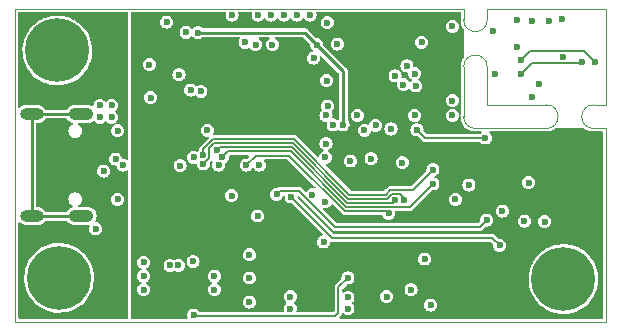
<source format=gbr>
%TF.GenerationSoftware,KiCad,Pcbnew,6.0.10-86aedd382b~118~ubuntu22.04.1*%
%TF.CreationDate,2023-01-11T10:16:45+01:00*%
%TF.ProjectId,nuc-compute-cluster-environment-sensor,6e75632d-636f-46d7-9075-74652d636c75,rev?*%
%TF.SameCoordinates,Original*%
%TF.FileFunction,Copper,L3,Inr*%
%TF.FilePolarity,Positive*%
%FSLAX46Y46*%
G04 Gerber Fmt 4.6, Leading zero omitted, Abs format (unit mm)*
G04 Created by KiCad (PCBNEW 6.0.10-86aedd382b~118~ubuntu22.04.1) date 2023-01-11 10:16:45 commit a17aeb8*
%MOMM*%
%LPD*%
G01*
G04 APERTURE LIST*
%TA.AperFunction,Profile*%
%ADD10C,0.100000*%
%TD*%
%TA.AperFunction,ComponentPad*%
%ADD11O,2.100000X1.050000*%
%TD*%
%TA.AperFunction,ComponentPad*%
%ADD12O,2.000000X1.000000*%
%TD*%
%TA.AperFunction,ComponentPad*%
%ADD13C,5.400000*%
%TD*%
%TA.AperFunction,ViaPad*%
%ADD14C,0.600000*%
%TD*%
%TA.AperFunction,Conductor*%
%ADD15C,0.250000*%
%TD*%
%TA.AperFunction,Conductor*%
%ADD16C,0.150000*%
%TD*%
G04 APERTURE END LIST*
D10*
X50000000Y18350000D02*
X50000000Y26500000D01*
X48950000Y18350000D02*
G75*
G03*
X48950000Y16350000I0J-1000000D01*
G01*
X44950000Y16350000D02*
G75*
G03*
X44950000Y18350000I0J1000000D01*
G01*
X50000000Y16350000D02*
X50000000Y0D01*
X39950000Y26500000D02*
X50000000Y26500000D01*
X0Y26500000D02*
X0Y0D01*
X48950000Y16350000D02*
X50000000Y16350000D01*
X37950000Y26500000D02*
X0Y26500000D01*
X37948194Y17351594D02*
G75*
G03*
X38948209Y16351594I1000006J6D01*
G01*
X39950000Y18350000D02*
X44950000Y18350000D01*
X39950000Y18350000D02*
X39950000Y21550000D01*
X37950000Y25550000D02*
X37950000Y26500000D01*
X37950000Y21550000D02*
X37948209Y17351594D01*
X39950000Y21550000D02*
G75*
G03*
X37950000Y21550000I-1000000J0D01*
G01*
X48950000Y18350000D02*
X50000000Y18350000D01*
X39950000Y25550000D02*
X39950000Y26500000D01*
X37950000Y25550000D02*
G75*
G03*
X39950000Y25550000I1000000J0D01*
G01*
X38948209Y16351594D02*
X44950000Y16350000D01*
X0Y0D02*
X50000000Y0D01*
D11*
%TO.N,GNDREF*%
%TO.C,J1*%
X5565000Y8930000D03*
X5565000Y17570000D03*
D12*
X1385000Y8930000D03*
X1385000Y17570000D03*
%TD*%
D13*
%TO.N,unconnected-(MP1-Pad1)*%
%TO.C,MP1*%
X3550000Y22950000D03*
%TD*%
%TO.N,unconnected-(MP2-Pad1)*%
%TO.C,MP2*%
X3700000Y3700000D03*
%TD*%
%TO.N,unconnected-(MP3-Pad1)*%
%TO.C,MP3*%
X46400000Y3600000D03*
%TD*%
D14*
%TO.N,GND*%
X17200000Y13250000D03*
X26450000Y18250000D03*
X37000000Y25000000D03*
X8150000Y18300000D03*
X33150000Y21650000D03*
X18350000Y25950000D03*
X19800000Y5650000D03*
X27250000Y23500000D03*
X33800000Y21000000D03*
X44800000Y8450000D03*
X26350000Y20400000D03*
X34400000Y23650000D03*
X13100000Y4750000D03*
X20500000Y8950000D03*
X40450000Y24600000D03*
X16850000Y2700000D03*
X7150000Y17300000D03*
X41225500Y9350000D03*
X21650000Y25950000D03*
X10850000Y2700000D03*
X37250000Y10350000D03*
X43750000Y19000000D03*
X11350000Y21750000D03*
X23850000Y25950000D03*
X11450000Y18950000D03*
X16850000Y3850000D03*
X25250500Y22300000D03*
X9105274Y13248080D03*
X13800000Y4750000D03*
X32750000Y13450000D03*
X33500000Y2700498D03*
X22750000Y25950000D03*
X15050000Y5100000D03*
X13850000Y20900000D03*
X19800000Y1650000D03*
X10850000Y5000000D03*
X32150000Y20800000D03*
X43750000Y25450000D03*
X20550000Y25950000D03*
X14450000Y24500000D03*
X42500000Y25550000D03*
X35150000Y1400000D03*
X6800000Y7850000D03*
X24950000Y25950000D03*
X32850000Y20050000D03*
X18300000Y10650000D03*
X26250000Y13900000D03*
X8650000Y10350000D03*
X12800000Y25350000D03*
X10850000Y3850000D03*
X28350000Y13600000D03*
X7150000Y18300000D03*
X19810000Y3700000D03*
X30113345Y13787331D03*
X30500000Y16600000D03*
X31425500Y2100000D03*
X8150000Y17300000D03*
X8650000Y16150000D03*
X28950000Y17450000D03*
X43100000Y8500000D03*
X38400000Y11550000D03*
X29550000Y16200000D03*
X15100000Y13900000D03*
X43450000Y11750000D03*
%TO.N,Net-(BAT1-PadP)*%
X25150000Y10750000D03*
%TO.N,+3V3*%
X35204122Y23645878D03*
X24050000Y3050000D03*
X28450000Y16200000D03*
X45150000Y25450000D03*
X12050000Y12000000D03*
X35100000Y16200000D03*
X11300000Y12000000D03*
X29700000Y22750000D03*
X44350000Y20150000D03*
X22600000Y23450000D03*
X38750000Y2600000D03*
X41174500Y10350000D03*
X19450000Y25950000D03*
X37100000Y6500000D03*
X40600000Y21000000D03*
X38500000Y13250000D03*
X42500000Y23250000D03*
X11300000Y11250000D03*
X37000000Y22000000D03*
X26350000Y21500000D03*
X37100000Y9500000D03*
%TO.N,/FTDI_VPHY*%
X14850000Y19600000D03*
X13950000Y13200000D03*
%TO.N,/FTDI_+1V8*%
X25500000Y23450000D03*
X27750000Y16650000D03*
X15450000Y24450000D03*
%TO.N,/VBUS*%
X8250000Y2700000D03*
X8800000Y11150000D03*
X7550000Y2000000D03*
X7550000Y2700000D03*
X8800000Y15350000D03*
X7550000Y1300000D03*
%TO.N,/USB_D_N*%
X8485000Y13750000D03*
X7485000Y12750000D03*
%TO.N,I2C_1_SCL*%
X22125000Y10775000D03*
X47950000Y22000000D03*
X42800000Y20950000D03*
X37000000Y18700000D03*
X39900000Y8600000D03*
%TO.N,I2C_1_SDA*%
X41000000Y6450000D03*
X42800000Y22150000D03*
X33800000Y17450000D03*
X31800000Y16300000D03*
X23350000Y10550000D03*
X37000000Y17450000D03*
X49100000Y22000000D03*
%TO.N,/LD2*%
X28150000Y3700000D03*
X15100000Y550000D03*
%TO.N,Net-(R5-Pad2)*%
X20350000Y23450000D03*
X16250000Y16200000D03*
%TO.N,Net-(R6-Pad2)*%
X19450000Y23650000D03*
X15700000Y19500000D03*
%TO.N,JTRST*%
X19550000Y13250000D03*
X31600000Y9150000D03*
%TO.N,NRST*%
X20650000Y13250000D03*
X26095984Y6745984D03*
%TO.N,/FRAM_WP*%
X33900000Y19950000D03*
X34650000Y5300000D03*
%TO.N,Net-(TP2-Pad1)*%
X26400000Y25300000D03*
X26300000Y15050000D03*
%TO.N,JTDO*%
X17095878Y14554122D03*
X32150000Y10250000D03*
%TO.N,/FTDI_USER_PB*%
X26250000Y10150000D03*
X21750000Y23450000D03*
%TO.N,Net-(R29-Pad1)*%
X34000000Y16225500D03*
X39800000Y15550000D03*
%TO.N,Net-(U1-Pad12)*%
X15900000Y14100000D03*
X35350000Y12850000D03*
%TO.N,Net-(U1-Pad15)*%
X35350000Y11650000D03*
X17535188Y13920375D03*
%TO.N,Net-(R16-Pad1)*%
X26900000Y16650000D03*
X23269500Y2100000D03*
X28150000Y1100000D03*
%TO.N,Net-(R17-Pad1)*%
X23280500Y1100000D03*
X26300000Y17450000D03*
X28150000Y2050000D03*
%TO.N,Net-(R25-Pad2)*%
X32900000Y10250000D03*
X15900000Y13350000D03*
%TO.N,Net-(R37-Pad1)*%
X46300000Y25650000D03*
X46350000Y22400000D03*
%TD*%
D15*
%TO.N,GNDREF*%
X1385000Y17570000D02*
X1385000Y8930000D01*
X1385000Y8930000D02*
X5565000Y8930000D01*
X5565000Y17570000D02*
X1385000Y17570000D01*
%TO.N,/FTDI_+1V8*%
X27750000Y21200000D02*
X25500000Y23450000D01*
X24500000Y24450000D02*
X25500000Y23450000D01*
X27750000Y16650000D02*
X27750000Y21200000D01*
X15450000Y24450000D02*
X24500000Y24450000D01*
D16*
%TO.N,I2C_1_SCL*%
X27100000Y8000000D02*
X39300000Y8000000D01*
X22125000Y10775000D02*
X22425000Y11075000D01*
X39300000Y8000000D02*
X39900000Y8600000D01*
X47950000Y22000000D02*
X47825000Y21875000D01*
X47825000Y21875000D02*
X43725000Y21875000D01*
X24025000Y11075000D02*
X27100000Y8000000D01*
X43725000Y21875000D02*
X42800000Y20950000D01*
X22425000Y11075000D02*
X24025000Y11075000D01*
%TO.N,I2C_1_SDA*%
X43575000Y22925000D02*
X42800000Y22150000D01*
X48175000Y22925000D02*
X43575000Y22925000D01*
X49100000Y22000000D02*
X48175000Y22925000D01*
X26800000Y7100000D02*
X40350000Y7100000D01*
X40350000Y7100000D02*
X41000000Y6450000D01*
X23350000Y10550000D02*
X26800000Y7100000D01*
%TO.N,/LD2*%
X27350000Y2900000D02*
X27350000Y1100000D01*
X27050000Y450000D02*
X15200000Y450000D01*
X15200000Y450000D02*
X15100000Y550000D01*
X28150000Y3700000D02*
X27350000Y2900000D01*
X27350000Y750000D02*
X27050000Y450000D01*
X27350000Y1100000D02*
X27350000Y750000D01*
%TO.N,JTRST*%
X23200000Y14050000D02*
X20350000Y14050000D01*
X27900000Y9350000D02*
X23200000Y14050000D01*
X31400000Y9350000D02*
X27900000Y9350000D01*
X20350000Y14050000D02*
X19550000Y13250000D01*
X31600000Y9150000D02*
X31400000Y9350000D01*
%TO.N,JTDO*%
X28100000Y10050000D02*
X31950000Y10050000D01*
X17095878Y14554122D02*
X17291756Y14750000D01*
X23400000Y14750000D02*
X28100000Y10050000D01*
X17291756Y14750000D02*
X23400000Y14750000D01*
X31950000Y10050000D02*
X32150000Y10250000D01*
%TO.N,Net-(R29-Pad1)*%
X39800000Y15550000D02*
X34675500Y15550000D01*
X34675500Y15550000D02*
X34000000Y16225500D01*
%TO.N,Net-(U1-Pad12)*%
X15900000Y14100000D02*
X15900000Y14600000D01*
X15900000Y14600000D02*
X16750000Y15450000D01*
X31350000Y10750000D02*
X31750000Y11150000D01*
X23587500Y15450000D02*
X28287500Y10750000D01*
X31750000Y11150000D02*
X33650000Y11150000D01*
X33650000Y11150000D02*
X35350000Y12850000D01*
X28287500Y10750000D02*
X31350000Y10750000D01*
X16750000Y15450000D02*
X23587500Y15450000D01*
%TO.N,Net-(U1-Pad15)*%
X18014813Y14400000D02*
X23300000Y14400000D01*
X33400000Y9700000D02*
X35350000Y11650000D01*
X23300000Y14400000D02*
X28000000Y9700000D01*
X17535188Y13920375D02*
X18014813Y14400000D01*
X28000000Y9700000D02*
X33400000Y9700000D01*
%TO.N,Net-(R25-Pad2)*%
X15900000Y13350000D02*
X16425000Y13875000D01*
X23500000Y15100000D02*
X28200000Y10400000D01*
X16425000Y14675000D02*
X16850000Y15100000D01*
X28200000Y10400000D02*
X31450000Y10400000D01*
X16850000Y15100000D02*
X23500000Y15100000D01*
X32900000Y10500000D02*
X32900000Y10250000D01*
X32600000Y10800000D02*
X32900000Y10500000D01*
X31450000Y10400000D02*
X31850000Y10800000D01*
X31850000Y10800000D02*
X32600000Y10800000D01*
X16425000Y13875000D02*
X16425000Y14675000D01*
%TD*%
%TA.AperFunction,Conductor*%
%TO.N,+3V3*%
G36*
X17815018Y26232187D02*
G01*
X17840328Y26188350D01*
X17835819Y26147182D01*
X17813670Y26093709D01*
X17794750Y25950000D01*
X17813670Y25806291D01*
X17869139Y25672375D01*
X17957379Y25557379D01*
X18072375Y25469139D01*
X18206291Y25413670D01*
X18350000Y25394750D01*
X18354808Y25395383D01*
X18488901Y25413037D01*
X18493709Y25413670D01*
X18627625Y25469139D01*
X18742621Y25557379D01*
X18830861Y25672375D01*
X18886330Y25806291D01*
X18905250Y25950000D01*
X18886330Y26093709D01*
X18864181Y26147182D01*
X18861973Y26197753D01*
X18892788Y26237911D01*
X18932548Y26249500D01*
X19967452Y26249500D01*
X20015018Y26232187D01*
X20040328Y26188350D01*
X20035819Y26147182D01*
X20013670Y26093709D01*
X19994750Y25950000D01*
X20013670Y25806291D01*
X20069139Y25672375D01*
X20157379Y25557379D01*
X20272375Y25469139D01*
X20406291Y25413670D01*
X20550000Y25394750D01*
X20554808Y25395383D01*
X20688901Y25413037D01*
X20693709Y25413670D01*
X20827625Y25469139D01*
X20942621Y25557379D01*
X21030861Y25672375D01*
X21032719Y25676860D01*
X21035142Y25681057D01*
X21036933Y25680023D01*
X21065828Y25711558D01*
X21116013Y25718168D01*
X21158706Y25690972D01*
X21164537Y25680872D01*
X21164858Y25681057D01*
X21167281Y25676860D01*
X21169139Y25672375D01*
X21257379Y25557379D01*
X21372375Y25469139D01*
X21506291Y25413670D01*
X21650000Y25394750D01*
X21654808Y25395383D01*
X21788901Y25413037D01*
X21793709Y25413670D01*
X21927625Y25469139D01*
X22042621Y25557379D01*
X22130861Y25672375D01*
X22132719Y25676860D01*
X22135142Y25681057D01*
X22136933Y25680023D01*
X22165828Y25711558D01*
X22216013Y25718168D01*
X22258706Y25690972D01*
X22264537Y25680872D01*
X22264858Y25681057D01*
X22267281Y25676860D01*
X22269139Y25672375D01*
X22357379Y25557379D01*
X22472375Y25469139D01*
X22606291Y25413670D01*
X22750000Y25394750D01*
X22754808Y25395383D01*
X22888901Y25413037D01*
X22893709Y25413670D01*
X23027625Y25469139D01*
X23142621Y25557379D01*
X23230861Y25672375D01*
X23232719Y25676860D01*
X23235142Y25681057D01*
X23236933Y25680023D01*
X23265828Y25711558D01*
X23316013Y25718168D01*
X23358706Y25690972D01*
X23364537Y25680872D01*
X23364858Y25681057D01*
X23367281Y25676860D01*
X23369139Y25672375D01*
X23457379Y25557379D01*
X23572375Y25469139D01*
X23706291Y25413670D01*
X23850000Y25394750D01*
X23854808Y25395383D01*
X23988901Y25413037D01*
X23993709Y25413670D01*
X24127625Y25469139D01*
X24242621Y25557379D01*
X24330861Y25672375D01*
X24332719Y25676860D01*
X24335142Y25681057D01*
X24336933Y25680023D01*
X24365828Y25711558D01*
X24416013Y25718168D01*
X24458706Y25690972D01*
X24464537Y25680872D01*
X24464858Y25681057D01*
X24467281Y25676860D01*
X24469139Y25672375D01*
X24557379Y25557379D01*
X24672375Y25469139D01*
X24806291Y25413670D01*
X24950000Y25394750D01*
X24954808Y25395383D01*
X25088901Y25413037D01*
X25093709Y25413670D01*
X25227625Y25469139D01*
X25342621Y25557379D01*
X25430861Y25672375D01*
X25486330Y25806291D01*
X25505250Y25950000D01*
X25486330Y26093709D01*
X25464181Y26147182D01*
X25461973Y26197753D01*
X25492788Y26237911D01*
X25532548Y26249500D01*
X37625500Y26249500D01*
X37673066Y26232187D01*
X37698376Y26188350D01*
X37699500Y26175500D01*
X37699500Y25581962D01*
X37698078Y25567525D01*
X37694592Y25550000D01*
X37695658Y25544640D01*
X37712328Y25343469D01*
X37713076Y25340516D01*
X37713077Y25340509D01*
X37761779Y25148190D01*
X37763202Y25142572D01*
X37764431Y25139771D01*
X37764432Y25139767D01*
X37831458Y24986963D01*
X37846449Y24952788D01*
X37912421Y24851810D01*
X37937950Y24812735D01*
X37950000Y24772261D01*
X37950000Y22327739D01*
X37937950Y22287265D01*
X37846449Y22147212D01*
X37845219Y22144408D01*
X37845218Y22144406D01*
X37781876Y22000000D01*
X37763202Y21957428D01*
X37762453Y21954469D01*
X37762451Y21954464D01*
X37713077Y21759491D01*
X37713076Y21759484D01*
X37712328Y21756531D01*
X37695658Y21555360D01*
X37694592Y21550000D01*
X37698065Y21532541D01*
X37699487Y21518073D01*
X37698881Y20098190D01*
X37698302Y18742401D01*
X37681633Y18696664D01*
X37696512Y18673307D01*
X37698266Y18657261D01*
X37698115Y18304424D01*
X37697770Y17496441D01*
X37680437Y17448882D01*
X37677991Y17447471D01*
X37695976Y17419242D01*
X37697730Y17403195D01*
X37697722Y17383590D01*
X37696300Y17369184D01*
X37692801Y17351592D01*
X37694223Y17344444D01*
X37694223Y17343177D01*
X37694841Y17338708D01*
X37698064Y17297769D01*
X37705346Y17205250D01*
X37709272Y17155365D01*
X37709950Y17152541D01*
X37753273Y16972094D01*
X37755223Y16963970D01*
X37756334Y16961287D01*
X37756336Y16961282D01*
X37783633Y16895383D01*
X37830549Y16782119D01*
X37933396Y16614291D01*
X37935284Y16612081D01*
X37935867Y16611278D01*
X37950000Y16567782D01*
X37950000Y16350000D01*
X38169061Y16350000D01*
X38210711Y16336467D01*
X38210906Y16336785D01*
X38378736Y16233941D01*
X38381428Y16232826D01*
X38557899Y16159730D01*
X38557903Y16159729D01*
X38560587Y16158617D01*
X38751984Y16112669D01*
X38754871Y16112442D01*
X38754876Y16112441D01*
X38935204Y16098250D01*
X38939851Y16097607D01*
X38941064Y16097607D01*
X38948211Y16096186D01*
X38964870Y16099500D01*
X38965695Y16099664D01*
X38980153Y16101086D01*
X39034517Y16101072D01*
X39395775Y16100976D01*
X39443335Y16083651D01*
X39468633Y16039807D01*
X39459830Y15989959D01*
X39440804Y15968269D01*
X39407379Y15942621D01*
X39388890Y15918525D01*
X39378091Y15904452D01*
X39335400Y15877254D01*
X39319383Y15875500D01*
X34840979Y15875500D01*
X34793413Y15892813D01*
X34788653Y15897174D01*
X34570011Y16115816D01*
X34548619Y16161692D01*
X34548970Y16177801D01*
X34554617Y16220692D01*
X34555250Y16225500D01*
X34536330Y16369209D01*
X34480861Y16503125D01*
X34392621Y16618121D01*
X34277625Y16706361D01*
X34143709Y16761830D01*
X34000000Y16780750D01*
X33995192Y16780117D01*
X33993306Y16780117D01*
X33945740Y16797430D01*
X33920430Y16841267D01*
X33929220Y16891117D01*
X33964988Y16922484D01*
X33977400Y16927625D01*
X34077625Y16969139D01*
X34192621Y17057379D01*
X34280861Y17172375D01*
X34336330Y17306291D01*
X34355250Y17450000D01*
X36444750Y17450000D01*
X36463670Y17306291D01*
X36519139Y17172375D01*
X36607379Y17057379D01*
X36722375Y16969139D01*
X36856291Y16913670D01*
X37000000Y16894750D01*
X37004808Y16895383D01*
X37138901Y16913037D01*
X37143709Y16913670D01*
X37277625Y16969139D01*
X37392621Y17057379D01*
X37480861Y17172375D01*
X37536330Y17306291D01*
X37550364Y17412885D01*
X37570568Y17451697D01*
X37554222Y17471193D01*
X37550403Y17486814D01*
X37536963Y17588901D01*
X37536330Y17593709D01*
X37480861Y17727625D01*
X37392621Y17842621D01*
X37277625Y17930861D01*
X37143709Y17986330D01*
X37027473Y18001633D01*
X36999765Y18016057D01*
X36978884Y18002754D01*
X36972528Y18001633D01*
X36856291Y17986330D01*
X36722375Y17930861D01*
X36607379Y17842621D01*
X36519139Y17727625D01*
X36463670Y17593709D01*
X36444750Y17450000D01*
X34355250Y17450000D01*
X34336330Y17593709D01*
X34280861Y17727625D01*
X34192621Y17842621D01*
X34077625Y17930861D01*
X33943709Y17986330D01*
X33800000Y18005250D01*
X33656291Y17986330D01*
X33522375Y17930861D01*
X33407379Y17842621D01*
X33319139Y17727625D01*
X33263670Y17593709D01*
X33244750Y17450000D01*
X33263670Y17306291D01*
X33319139Y17172375D01*
X33407379Y17057379D01*
X33522375Y16969139D01*
X33656291Y16913670D01*
X33800000Y16894750D01*
X33804808Y16895383D01*
X33806694Y16895383D01*
X33854260Y16878070D01*
X33879570Y16834233D01*
X33870780Y16784383D01*
X33835012Y16753016D01*
X33722375Y16706361D01*
X33607379Y16618121D01*
X33519139Y16503125D01*
X33463670Y16369209D01*
X33444750Y16225500D01*
X33463670Y16081791D01*
X33519139Y15947875D01*
X33607379Y15832879D01*
X33722375Y15744639D01*
X33856291Y15689170D01*
X34000000Y15670250D01*
X34047700Y15676530D01*
X34097118Y15665574D01*
X34109684Y15655489D01*
X34433011Y15332162D01*
X34437372Y15327402D01*
X34458884Y15301764D01*
X34458887Y15301762D01*
X34463045Y15296806D01*
X34468647Y15293572D01*
X34468649Y15293570D01*
X34497644Y15276830D01*
X34503088Y15273362D01*
X34535816Y15250446D01*
X34542070Y15248770D01*
X34546587Y15246664D01*
X34552162Y15244354D01*
X34556850Y15242648D01*
X34562455Y15239412D01*
X34568827Y15238288D01*
X34568828Y15238288D01*
X34601804Y15232473D01*
X34608104Y15231076D01*
X34632355Y15224579D01*
X34646693Y15220737D01*
X34686482Y15224218D01*
X34692932Y15224500D01*
X39319383Y15224500D01*
X39366949Y15207187D01*
X39378090Y15195549D01*
X39407379Y15157379D01*
X39522375Y15069139D01*
X39656291Y15013670D01*
X39800000Y14994750D01*
X39804808Y14995383D01*
X39938901Y15013037D01*
X39943709Y15013670D01*
X40077625Y15069139D01*
X40192621Y15157379D01*
X40280861Y15272375D01*
X40336330Y15406291D01*
X40355250Y15550000D01*
X40336330Y15693709D01*
X40280861Y15827625D01*
X40192621Y15942621D01*
X40159476Y15968054D01*
X40132280Y16010743D01*
X40138887Y16060929D01*
X40176207Y16095127D01*
X40204546Y16100760D01*
X44200591Y16099699D01*
X44918019Y16099508D01*
X44932434Y16098086D01*
X44950000Y16094592D01*
X44955360Y16095658D01*
X44959644Y16096013D01*
X44959645Y16096013D01*
X44990118Y16098538D01*
X45156531Y16112328D01*
X45159484Y16113076D01*
X45159491Y16113077D01*
X45354464Y16162451D01*
X45354469Y16162453D01*
X45357428Y16163202D01*
X45360229Y16164431D01*
X45360233Y16164432D01*
X45544406Y16245218D01*
X45544408Y16245219D01*
X45547212Y16246449D01*
X45687265Y16337950D01*
X45727739Y16350000D01*
X48172261Y16350000D01*
X48212735Y16337950D01*
X48352788Y16246449D01*
X48355592Y16245219D01*
X48355594Y16245218D01*
X48539767Y16164432D01*
X48539771Y16164431D01*
X48542572Y16163202D01*
X48545531Y16162453D01*
X48545536Y16162451D01*
X48740509Y16113077D01*
X48740516Y16113076D01*
X48743469Y16112328D01*
X48909882Y16098538D01*
X48940355Y16096013D01*
X48940356Y16096013D01*
X48944640Y16095658D01*
X48950000Y16094592D01*
X48967525Y16098078D01*
X48981962Y16099500D01*
X49675500Y16099500D01*
X49723066Y16082187D01*
X49748376Y16038350D01*
X49749500Y16025500D01*
X49749500Y324500D01*
X49732187Y276934D01*
X49688350Y251624D01*
X49675500Y250500D01*
X27489478Y250500D01*
X27441912Y267813D01*
X27416602Y311650D01*
X27425392Y361500D01*
X27437152Y376826D01*
X27567832Y507506D01*
X27572592Y511867D01*
X27603194Y537545D01*
X27623172Y572149D01*
X27626638Y577589D01*
X27645841Y605013D01*
X27645842Y605014D01*
X27649554Y610316D01*
X27651229Y616568D01*
X27653351Y621118D01*
X27655639Y626642D01*
X27657353Y631352D01*
X27660588Y636955D01*
X27661712Y643329D01*
X27661713Y643332D01*
X27661886Y644313D01*
X27662384Y645175D01*
X27663927Y649415D01*
X27664675Y649143D01*
X27687197Y688149D01*
X27734764Y705460D01*
X27779808Y690169D01*
X27872375Y619139D01*
X28006291Y563670D01*
X28150000Y544750D01*
X28154808Y545383D01*
X28288901Y563037D01*
X28293709Y563670D01*
X28427625Y619139D01*
X28542621Y707379D01*
X28630861Y822375D01*
X28686330Y956291D01*
X28705250Y1100000D01*
X28686330Y1243709D01*
X28630861Y1377625D01*
X28613692Y1400000D01*
X34594750Y1400000D01*
X34613670Y1256291D01*
X34669139Y1122375D01*
X34757379Y1007379D01*
X34872375Y919139D01*
X35006291Y863670D01*
X35150000Y844750D01*
X35154808Y845383D01*
X35288901Y863037D01*
X35293709Y863670D01*
X35427625Y919139D01*
X35542621Y1007379D01*
X35630861Y1122375D01*
X35686330Y1256291D01*
X35705250Y1400000D01*
X35686330Y1543709D01*
X35630861Y1677625D01*
X35542621Y1792621D01*
X35427625Y1880861D01*
X35293709Y1936330D01*
X35150000Y1955250D01*
X35006291Y1936330D01*
X34872375Y1880861D01*
X34757379Y1792621D01*
X34669139Y1677625D01*
X34613670Y1543709D01*
X34594750Y1400000D01*
X28613692Y1400000D01*
X28542621Y1492621D01*
X28511772Y1516293D01*
X28484574Y1558983D01*
X28491181Y1609169D01*
X28511772Y1633708D01*
X28517873Y1638389D01*
X28542621Y1657379D01*
X28630861Y1772375D01*
X28686330Y1906291D01*
X28705250Y2050000D01*
X28698667Y2100000D01*
X30870250Y2100000D01*
X30889170Y1956291D01*
X30944639Y1822375D01*
X31032879Y1707379D01*
X31147875Y1619139D01*
X31281791Y1563670D01*
X31425500Y1544750D01*
X31430308Y1545383D01*
X31564401Y1563037D01*
X31569209Y1563670D01*
X31703125Y1619139D01*
X31818121Y1707379D01*
X31906361Y1822375D01*
X31961830Y1956291D01*
X31980750Y2100000D01*
X31961830Y2243709D01*
X31906361Y2377625D01*
X31818121Y2492621D01*
X31703125Y2580861D01*
X31569209Y2636330D01*
X31425500Y2655250D01*
X31281791Y2636330D01*
X31147875Y2580861D01*
X31032879Y2492621D01*
X30944639Y2377625D01*
X30889170Y2243709D01*
X30870250Y2100000D01*
X28698667Y2100000D01*
X28686330Y2193709D01*
X28630861Y2327625D01*
X28542621Y2442621D01*
X28427625Y2530861D01*
X28293709Y2586330D01*
X28150000Y2605250D01*
X28006291Y2586330D01*
X27872375Y2530861D01*
X27826391Y2495576D01*
X27794548Y2471142D01*
X27746272Y2455920D01*
X27699506Y2475291D01*
X27676133Y2520191D01*
X27675500Y2529850D01*
X27675500Y2700498D01*
X32944750Y2700498D01*
X32963670Y2556789D01*
X33019139Y2422873D01*
X33107379Y2307877D01*
X33222375Y2219637D01*
X33356291Y2164168D01*
X33500000Y2145248D01*
X33504808Y2145881D01*
X33638901Y2163535D01*
X33643709Y2164168D01*
X33777625Y2219637D01*
X33892621Y2307877D01*
X33980861Y2422873D01*
X34036330Y2556789D01*
X34055250Y2700498D01*
X34036330Y2844207D01*
X33980861Y2978123D01*
X33892621Y3093119D01*
X33777625Y3181359D01*
X33643709Y3236828D01*
X33500000Y3255748D01*
X33356291Y3236828D01*
X33222375Y3181359D01*
X33107379Y3093119D01*
X33019139Y2978123D01*
X32963670Y2844207D01*
X32944750Y2700498D01*
X27675500Y2700498D01*
X27675500Y2734522D01*
X27692813Y2782088D01*
X27697174Y2786848D01*
X28040315Y3129989D01*
X28086191Y3151381D01*
X28102298Y3151030D01*
X28150000Y3144750D01*
X28154808Y3145383D01*
X28288901Y3163037D01*
X28293709Y3163670D01*
X28427625Y3219139D01*
X28542621Y3307379D01*
X28630861Y3422375D01*
X28686330Y3556291D01*
X28704307Y3692834D01*
X43445958Y3692834D01*
X43454865Y3352690D01*
X43502809Y3015824D01*
X43589152Y2686700D01*
X43589927Y2684713D01*
X43589928Y2684709D01*
X43650306Y2529850D01*
X43712753Y2369682D01*
X43871971Y2068971D01*
X43873175Y2067219D01*
X43873180Y2067211D01*
X43962698Y1936963D01*
X44064697Y1788553D01*
X44066092Y1786954D01*
X44276828Y1545383D01*
X44288376Y1532145D01*
X44540044Y1303145D01*
X44541771Y1301904D01*
X44541776Y1301900D01*
X44814628Y1105836D01*
X44814633Y1105833D01*
X44816364Y1104589D01*
X45113674Y939108D01*
X45115649Y938290D01*
X45115653Y938288D01*
X45170722Y915478D01*
X45428035Y808896D01*
X45584892Y764214D01*
X45753223Y716263D01*
X45753229Y716262D01*
X45755278Y715678D01*
X45757387Y715333D01*
X45757390Y715332D01*
X46088963Y661035D01*
X46088969Y661034D01*
X46091066Y660691D01*
X46244472Y653456D01*
X46428823Y644762D01*
X46428828Y644762D01*
X46430949Y644662D01*
X46770422Y667805D01*
X46772506Y668191D01*
X46772512Y668192D01*
X47102884Y729423D01*
X47102891Y729425D01*
X47104986Y729813D01*
X47430205Y829863D01*
X47741769Y966630D01*
X47743612Y967707D01*
X47743618Y967710D01*
X48033708Y1137225D01*
X48033711Y1137227D01*
X48035549Y1138301D01*
X48181907Y1248190D01*
X48305947Y1341322D01*
X48305951Y1341325D01*
X48307650Y1342601D01*
X48554467Y1576821D01*
X48661162Y1704427D01*
X48771354Y1836214D01*
X48771360Y1836222D01*
X48772727Y1837857D01*
X48959538Y2122250D01*
X49112424Y2426229D01*
X49229358Y2745767D01*
X49251718Y2838901D01*
X49283317Y2970525D01*
X49308790Y3076626D01*
X49349668Y3414423D01*
X49353986Y3551810D01*
X49355448Y3598337D01*
X49355448Y3598343D01*
X49355500Y3600000D01*
X49335913Y3939697D01*
X49291399Y4194750D01*
X49277777Y4272801D01*
X49277776Y4272805D01*
X49277412Y4274891D01*
X49180773Y4601140D01*
X49069891Y4861099D01*
X49048113Y4912157D01*
X49048112Y4912159D01*
X49047276Y4914119D01*
X48878691Y5209681D01*
X48677252Y5483907D01*
X48527376Y5645192D01*
X48447085Y5731596D01*
X48447078Y5731603D01*
X48445629Y5733162D01*
X48186893Y5954144D01*
X48185127Y5955331D01*
X48185120Y5955336D01*
X47906243Y6142733D01*
X47906242Y6142733D01*
X47904472Y6143923D01*
X47902584Y6144898D01*
X47902578Y6144901D01*
X47763677Y6216593D01*
X47602110Y6299984D01*
X47283815Y6420257D01*
X47107641Y6464509D01*
X46955864Y6502633D01*
X46955861Y6502634D01*
X46953805Y6503150D01*
X46951702Y6503427D01*
X46951696Y6503428D01*
X46618563Y6547286D01*
X46618554Y6547287D01*
X46616455Y6547563D01*
X46461905Y6549991D01*
X46278367Y6552875D01*
X46278359Y6552875D01*
X46276237Y6552908D01*
X45937658Y6519113D01*
X45605207Y6446627D01*
X45603199Y6445940D01*
X45603190Y6445937D01*
X45403468Y6377556D01*
X45283292Y6336411D01*
X45281356Y6335488D01*
X45281357Y6335488D01*
X44978096Y6190840D01*
X44978087Y6190835D01*
X44976177Y6189924D01*
X44974380Y6188797D01*
X44974375Y6188794D01*
X44689749Y6010249D01*
X44689744Y6010245D01*
X44687934Y6009110D01*
X44422384Y5796365D01*
X44420895Y5794860D01*
X44420888Y5794854D01*
X44264017Y5636330D01*
X44183047Y5554507D01*
X44181736Y5552835D01*
X43987605Y5305250D01*
X43973094Y5286744D01*
X43949468Y5248190D01*
X43796425Y4998448D01*
X43796420Y4998438D01*
X43795308Y4996624D01*
X43794411Y4994692D01*
X43794408Y4994686D01*
X43683061Y4754808D01*
X43652046Y4687992D01*
X43651377Y4685969D01*
X43651375Y4685964D01*
X43625026Y4606291D01*
X43545206Y4364940D01*
X43476206Y4031748D01*
X43476017Y4029626D01*
X43476016Y4029622D01*
X43470975Y3973141D01*
X43445958Y3692834D01*
X28704307Y3692834D01*
X28705250Y3700000D01*
X28686330Y3843709D01*
X28630861Y3977625D01*
X28542621Y4092621D01*
X28427625Y4180861D01*
X28293709Y4236330D01*
X28150000Y4255250D01*
X28006291Y4236330D01*
X27872375Y4180861D01*
X27757379Y4092621D01*
X27669139Y3977625D01*
X27613670Y3843709D01*
X27594750Y3700000D01*
X27595383Y3695192D01*
X27601030Y3652300D01*
X27590074Y3602881D01*
X27579989Y3590315D01*
X27132168Y3142494D01*
X27127409Y3138133D01*
X27096806Y3112455D01*
X27083420Y3089268D01*
X27076831Y3077856D01*
X27073362Y3072411D01*
X27050446Y3039684D01*
X27048771Y3033432D01*
X27046649Y3028882D01*
X27044361Y3023358D01*
X27042647Y3018647D01*
X27039412Y3013045D01*
X27038289Y3006674D01*
X27038288Y3006672D01*
X27032476Y2973706D01*
X27031079Y2967404D01*
X27020736Y2928807D01*
X27021300Y2922359D01*
X27021300Y2922358D01*
X27024218Y2889009D01*
X27024500Y2882559D01*
X27024500Y915478D01*
X27007187Y867912D01*
X27002826Y863152D01*
X26936848Y797174D01*
X26890972Y775782D01*
X26884522Y775500D01*
X23852693Y775500D01*
X23805127Y792813D01*
X23779817Y836650D01*
X23784326Y877818D01*
X23814974Y951810D01*
X23816830Y956291D01*
X23835750Y1100000D01*
X23816830Y1243709D01*
X23761361Y1377625D01*
X23673121Y1492621D01*
X23604192Y1545513D01*
X23576994Y1588203D01*
X23583601Y1638389D01*
X23604190Y1662927D01*
X23662121Y1707379D01*
X23750361Y1822375D01*
X23805830Y1956291D01*
X23824750Y2100000D01*
X23805830Y2243709D01*
X23750361Y2377625D01*
X23662121Y2492621D01*
X23547125Y2580861D01*
X23413209Y2636330D01*
X23269500Y2655250D01*
X23125791Y2636330D01*
X22991875Y2580861D01*
X22876879Y2492621D01*
X22788639Y2377625D01*
X22733170Y2243709D01*
X22714250Y2100000D01*
X22733170Y1956291D01*
X22788639Y1822375D01*
X22876879Y1707379D01*
X22945391Y1654808D01*
X22945808Y1654488D01*
X22973006Y1611797D01*
X22966399Y1561611D01*
X22945810Y1537073D01*
X22887879Y1492621D01*
X22799639Y1377625D01*
X22744170Y1243709D01*
X22725250Y1100000D01*
X22744170Y956291D01*
X22746026Y951810D01*
X22776674Y877818D01*
X22778882Y827247D01*
X22748067Y787089D01*
X22708307Y775500D01*
X15651897Y775500D01*
X15604331Y792813D01*
X15585163Y818955D01*
X15585143Y818943D01*
X15585038Y819126D01*
X15583529Y821183D01*
X15580861Y827625D01*
X15492621Y942621D01*
X15377625Y1030861D01*
X15243709Y1086330D01*
X15100000Y1105250D01*
X14956291Y1086330D01*
X14822375Y1030861D01*
X14707379Y942621D01*
X14619139Y827625D01*
X14563670Y693709D01*
X14544750Y550000D01*
X14563670Y406291D01*
X14565526Y401810D01*
X14585819Y352818D01*
X14588027Y302247D01*
X14557212Y262089D01*
X14517452Y250500D01*
X9874000Y250500D01*
X9826434Y267813D01*
X9801124Y311650D01*
X9800000Y324500D01*
X9800000Y1650000D01*
X19244750Y1650000D01*
X19263670Y1506291D01*
X19319139Y1372375D01*
X19407379Y1257379D01*
X19522375Y1169139D01*
X19656291Y1113670D01*
X19800000Y1094750D01*
X19804808Y1095383D01*
X19938901Y1113037D01*
X19943709Y1113670D01*
X20077625Y1169139D01*
X20192621Y1257379D01*
X20280861Y1372375D01*
X20336330Y1506291D01*
X20355250Y1650000D01*
X20336330Y1793709D01*
X20280861Y1927625D01*
X20192621Y2042621D01*
X20077625Y2130861D01*
X19943709Y2186330D01*
X19800000Y2205250D01*
X19656291Y2186330D01*
X19522375Y2130861D01*
X19407379Y2042621D01*
X19319139Y1927625D01*
X19263670Y1793709D01*
X19244750Y1650000D01*
X9800000Y1650000D01*
X9800000Y2700000D01*
X10294750Y2700000D01*
X10313670Y2556291D01*
X10369139Y2422375D01*
X10457379Y2307379D01*
X10572375Y2219139D01*
X10706291Y2163670D01*
X10850000Y2144750D01*
X10854808Y2145383D01*
X10988901Y2163037D01*
X10993709Y2163670D01*
X11127625Y2219139D01*
X11242621Y2307379D01*
X11330861Y2422375D01*
X11386330Y2556291D01*
X11405250Y2700000D01*
X16294750Y2700000D01*
X16313670Y2556291D01*
X16369139Y2422375D01*
X16457379Y2307379D01*
X16572375Y2219139D01*
X16706291Y2163670D01*
X16850000Y2144750D01*
X16854808Y2145383D01*
X16988901Y2163037D01*
X16993709Y2163670D01*
X17127625Y2219139D01*
X17242621Y2307379D01*
X17330861Y2422375D01*
X17386330Y2556291D01*
X17405250Y2700000D01*
X17386330Y2843709D01*
X17330861Y2977625D01*
X17242621Y3092621D01*
X17127625Y3180861D01*
X17065405Y3206633D01*
X17028084Y3240830D01*
X17021477Y3291016D01*
X17048674Y3333708D01*
X17065405Y3343367D01*
X17093026Y3354808D01*
X17127625Y3369139D01*
X17242621Y3457379D01*
X17330861Y3572375D01*
X17380756Y3692834D01*
X17383724Y3700000D01*
X19254750Y3700000D01*
X19273670Y3556291D01*
X19329139Y3422375D01*
X19417379Y3307379D01*
X19532375Y3219139D01*
X19666291Y3163670D01*
X19810000Y3144750D01*
X19814808Y3145383D01*
X19948901Y3163037D01*
X19953709Y3163670D01*
X20087625Y3219139D01*
X20202621Y3307379D01*
X20290861Y3422375D01*
X20346330Y3556291D01*
X20365250Y3700000D01*
X20346330Y3843709D01*
X20290861Y3977625D01*
X20202621Y4092621D01*
X20087625Y4180861D01*
X19953709Y4236330D01*
X19810000Y4255250D01*
X19666291Y4236330D01*
X19532375Y4180861D01*
X19417379Y4092621D01*
X19329139Y3977625D01*
X19273670Y3843709D01*
X19254750Y3700000D01*
X17383724Y3700000D01*
X17384474Y3701810D01*
X17386330Y3706291D01*
X17405250Y3850000D01*
X17386330Y3993709D01*
X17330861Y4127625D01*
X17242621Y4242621D01*
X17127625Y4330861D01*
X16993709Y4386330D01*
X16850000Y4405250D01*
X16706291Y4386330D01*
X16572375Y4330861D01*
X16457379Y4242621D01*
X16369139Y4127625D01*
X16313670Y3993709D01*
X16294750Y3850000D01*
X16313670Y3706291D01*
X16315526Y3701810D01*
X16319244Y3692834D01*
X16369139Y3572375D01*
X16457379Y3457379D01*
X16572375Y3369139D01*
X16606974Y3354808D01*
X16634595Y3343367D01*
X16671916Y3309170D01*
X16678523Y3258984D01*
X16651326Y3216292D01*
X16634595Y3206633D01*
X16572375Y3180861D01*
X16457379Y3092621D01*
X16369139Y2977625D01*
X16313670Y2843709D01*
X16294750Y2700000D01*
X11405250Y2700000D01*
X11386330Y2843709D01*
X11330861Y2977625D01*
X11242621Y3092621D01*
X11127625Y3180861D01*
X11065405Y3206633D01*
X11028084Y3240830D01*
X11021477Y3291016D01*
X11048674Y3333708D01*
X11065405Y3343367D01*
X11093026Y3354808D01*
X11127625Y3369139D01*
X11242621Y3457379D01*
X11330861Y3572375D01*
X11380756Y3692834D01*
X11384474Y3701810D01*
X11386330Y3706291D01*
X11405250Y3850000D01*
X11386330Y3993709D01*
X11330861Y4127625D01*
X11242621Y4242621D01*
X11127625Y4330861D01*
X11065405Y4356633D01*
X11028084Y4390830D01*
X11021477Y4441016D01*
X11048674Y4483708D01*
X11065405Y4493367D01*
X11068056Y4494465D01*
X11127625Y4519139D01*
X11242621Y4607379D01*
X11330861Y4722375D01*
X11342303Y4750000D01*
X12544750Y4750000D01*
X12563670Y4606291D01*
X12619139Y4472375D01*
X12707379Y4357379D01*
X12822375Y4269139D01*
X12956291Y4213670D01*
X13100000Y4194750D01*
X13104808Y4195383D01*
X13238901Y4213037D01*
X13243709Y4213670D01*
X13248190Y4215526D01*
X13373143Y4267282D01*
X13373146Y4267284D01*
X13377625Y4269139D01*
X13385121Y4274891D01*
X13404952Y4290107D01*
X13453228Y4305329D01*
X13495048Y4290107D01*
X13514879Y4274891D01*
X13522375Y4269139D01*
X13526854Y4267284D01*
X13526857Y4267282D01*
X13651810Y4215526D01*
X13656291Y4213670D01*
X13800000Y4194750D01*
X13804808Y4195383D01*
X13938901Y4213037D01*
X13943709Y4213670D01*
X14077625Y4269139D01*
X14192621Y4357379D01*
X14280861Y4472375D01*
X14336330Y4606291D01*
X14355250Y4750000D01*
X14336330Y4893709D01*
X14280861Y5027625D01*
X14225325Y5100000D01*
X14494750Y5100000D01*
X14513670Y4956291D01*
X14569139Y4822375D01*
X14657379Y4707379D01*
X14772375Y4619139D01*
X14906291Y4563670D01*
X15050000Y4544750D01*
X15054808Y4545383D01*
X15188901Y4563037D01*
X15193709Y4563670D01*
X15327625Y4619139D01*
X15442621Y4707379D01*
X15530861Y4822375D01*
X15586330Y4956291D01*
X15605250Y5100000D01*
X15586330Y5243709D01*
X15530861Y5377625D01*
X15442621Y5492621D01*
X15327625Y5580861D01*
X15193709Y5636330D01*
X15089877Y5650000D01*
X19244750Y5650000D01*
X19263670Y5506291D01*
X19319139Y5372375D01*
X19407379Y5257379D01*
X19522375Y5169139D01*
X19656291Y5113670D01*
X19800000Y5094750D01*
X19804808Y5095383D01*
X19938901Y5113037D01*
X19943709Y5113670D01*
X20077625Y5169139D01*
X20192621Y5257379D01*
X20225325Y5300000D01*
X34094750Y5300000D01*
X34113670Y5156291D01*
X34169139Y5022375D01*
X34257379Y4907379D01*
X34372375Y4819139D01*
X34506291Y4763670D01*
X34650000Y4744750D01*
X34654808Y4745383D01*
X34788901Y4763037D01*
X34793709Y4763670D01*
X34927625Y4819139D01*
X35042621Y4907379D01*
X35130861Y5022375D01*
X35186330Y5156291D01*
X35205250Y5300000D01*
X35186330Y5443709D01*
X35130861Y5577625D01*
X35042621Y5692621D01*
X34927625Y5780861D01*
X34793709Y5836330D01*
X34650000Y5855250D01*
X34506291Y5836330D01*
X34372375Y5780861D01*
X34257379Y5692621D01*
X34169139Y5577625D01*
X34113670Y5443709D01*
X34094750Y5300000D01*
X20225325Y5300000D01*
X20280861Y5372375D01*
X20336330Y5506291D01*
X20355250Y5650000D01*
X20336330Y5793709D01*
X20280861Y5927625D01*
X20192621Y6042621D01*
X20077625Y6130861D01*
X19943709Y6186330D01*
X19800000Y6205250D01*
X19656291Y6186330D01*
X19522375Y6130861D01*
X19407379Y6042621D01*
X19319139Y5927625D01*
X19263670Y5793709D01*
X19244750Y5650000D01*
X15089877Y5650000D01*
X15050000Y5655250D01*
X14906291Y5636330D01*
X14772375Y5580861D01*
X14657379Y5492621D01*
X14569139Y5377625D01*
X14513670Y5243709D01*
X14494750Y5100000D01*
X14225325Y5100000D01*
X14192621Y5142621D01*
X14077625Y5230861D01*
X13943709Y5286330D01*
X13800000Y5305250D01*
X13656291Y5286330D01*
X13651810Y5284474D01*
X13526857Y5232718D01*
X13526854Y5232716D01*
X13522375Y5230861D01*
X13518524Y5227906D01*
X13495048Y5209893D01*
X13446772Y5194671D01*
X13404952Y5209893D01*
X13381476Y5227906D01*
X13377625Y5230861D01*
X13373146Y5232716D01*
X13373143Y5232718D01*
X13248190Y5284474D01*
X13243709Y5286330D01*
X13100000Y5305250D01*
X12956291Y5286330D01*
X12822375Y5230861D01*
X12707379Y5142621D01*
X12619139Y5027625D01*
X12563670Y4893709D01*
X12544750Y4750000D01*
X11342303Y4750000D01*
X11386330Y4856291D01*
X11405250Y5000000D01*
X11386330Y5143709D01*
X11330861Y5277625D01*
X11242621Y5392621D01*
X11127625Y5480861D01*
X10993709Y5536330D01*
X10850000Y5555250D01*
X10706291Y5536330D01*
X10572375Y5480861D01*
X10457379Y5392621D01*
X10369139Y5277625D01*
X10313670Y5143709D01*
X10294750Y5000000D01*
X10313670Y4856291D01*
X10369139Y4722375D01*
X10457379Y4607379D01*
X10572375Y4519139D01*
X10631944Y4494465D01*
X10634595Y4493367D01*
X10671916Y4459170D01*
X10678523Y4408984D01*
X10651326Y4366292D01*
X10634595Y4356633D01*
X10572375Y4330861D01*
X10457379Y4242621D01*
X10369139Y4127625D01*
X10313670Y3993709D01*
X10294750Y3850000D01*
X10313670Y3706291D01*
X10315526Y3701810D01*
X10319244Y3692834D01*
X10369139Y3572375D01*
X10457379Y3457379D01*
X10572375Y3369139D01*
X10606974Y3354808D01*
X10634595Y3343367D01*
X10671916Y3309170D01*
X10678523Y3258984D01*
X10651326Y3216292D01*
X10634595Y3206633D01*
X10572375Y3180861D01*
X10457379Y3092621D01*
X10369139Y2977625D01*
X10313670Y2843709D01*
X10294750Y2700000D01*
X9800000Y2700000D01*
X9800000Y8950000D01*
X19944750Y8950000D01*
X19963670Y8806291D01*
X20019139Y8672375D01*
X20107379Y8557379D01*
X20222375Y8469139D01*
X20356291Y8413670D01*
X20500000Y8394750D01*
X20504808Y8395383D01*
X20638901Y8413037D01*
X20643709Y8413670D01*
X20777625Y8469139D01*
X20892621Y8557379D01*
X20980861Y8672375D01*
X21036330Y8806291D01*
X21055250Y8950000D01*
X21036330Y9093709D01*
X21032992Y9101769D01*
X20991554Y9201810D01*
X20980861Y9227625D01*
X20892621Y9342621D01*
X20777625Y9430861D01*
X20643709Y9486330D01*
X20500000Y9505250D01*
X20356291Y9486330D01*
X20222375Y9430861D01*
X20107379Y9342621D01*
X20019139Y9227625D01*
X20008446Y9201810D01*
X19967009Y9101769D01*
X19963670Y9093709D01*
X19944750Y8950000D01*
X9800000Y8950000D01*
X9800000Y10650000D01*
X17744750Y10650000D01*
X17763670Y10506291D01*
X17819139Y10372375D01*
X17907379Y10257379D01*
X18022375Y10169139D01*
X18156291Y10113670D01*
X18300000Y10094750D01*
X18304808Y10095383D01*
X18438901Y10113037D01*
X18443709Y10113670D01*
X18577625Y10169139D01*
X18692621Y10257379D01*
X18780861Y10372375D01*
X18836330Y10506291D01*
X18855250Y10650000D01*
X18836330Y10793709D01*
X18780861Y10927625D01*
X18692621Y11042621D01*
X18577625Y11130861D01*
X18443709Y11186330D01*
X18300000Y11205250D01*
X18156291Y11186330D01*
X18022375Y11130861D01*
X17907379Y11042621D01*
X17819139Y10927625D01*
X17763670Y10793709D01*
X17744750Y10650000D01*
X9800000Y10650000D01*
X9800000Y13200000D01*
X13394750Y13200000D01*
X13413670Y13056291D01*
X13469139Y12922375D01*
X13557379Y12807379D01*
X13672375Y12719139D01*
X13806291Y12663670D01*
X13950000Y12644750D01*
X13954808Y12645383D01*
X14088901Y12663037D01*
X14093709Y12663670D01*
X14227625Y12719139D01*
X14342621Y12807379D01*
X14430861Y12922375D01*
X14486330Y13056291D01*
X14505250Y13200000D01*
X14486330Y13343709D01*
X14430861Y13477625D01*
X14342621Y13592621D01*
X14227625Y13680861D01*
X14093709Y13736330D01*
X13950000Y13755250D01*
X13806291Y13736330D01*
X13672375Y13680861D01*
X13557379Y13592621D01*
X13469139Y13477625D01*
X13413670Y13343709D01*
X13394750Y13200000D01*
X9800000Y13200000D01*
X9800000Y13900000D01*
X14544750Y13900000D01*
X14563670Y13756291D01*
X14619139Y13622375D01*
X14707379Y13507379D01*
X14822375Y13419139D01*
X14956291Y13363670D01*
X15100000Y13344750D01*
X15104808Y13345383D01*
X15238901Y13363037D01*
X15243709Y13363670D01*
X15248721Y13365746D01*
X15249067Y13365761D01*
X15252873Y13366781D01*
X15253099Y13365937D01*
X15299292Y13367954D01*
X15339450Y13337139D01*
X15350406Y13307038D01*
X15350725Y13304613D01*
X15363670Y13206291D01*
X15419139Y13072375D01*
X15507379Y12957379D01*
X15622375Y12869139D01*
X15756291Y12813670D01*
X15900000Y12794750D01*
X15904808Y12795383D01*
X16038901Y12813037D01*
X16043709Y12813670D01*
X16177625Y12869139D01*
X16292621Y12957379D01*
X16380861Y13072375D01*
X16436330Y13206291D01*
X16455250Y13350000D01*
X16448970Y13397701D01*
X16459926Y13447119D01*
X16470011Y13459685D01*
X16584199Y13573873D01*
X16630075Y13595265D01*
X16678970Y13582164D01*
X16708004Y13540700D01*
X16704892Y13493229D01*
X16663670Y13393709D01*
X16644750Y13250000D01*
X16663670Y13106291D01*
X16719139Y12972375D01*
X16807379Y12857379D01*
X16922375Y12769139D01*
X17056291Y12713670D01*
X17200000Y12694750D01*
X17204808Y12695383D01*
X17338901Y12713037D01*
X17343709Y12713670D01*
X17477625Y12769139D01*
X17592621Y12857379D01*
X17680861Y12972375D01*
X17736330Y13106291D01*
X17755250Y13250000D01*
X17741978Y13350808D01*
X17752934Y13400226D01*
X17787026Y13428833D01*
X17799213Y13433881D01*
X17812813Y13439514D01*
X17927809Y13527754D01*
X18016049Y13642750D01*
X18071518Y13776666D01*
X18090438Y13920375D01*
X18084158Y13968075D01*
X18095114Y14017493D01*
X18105199Y14030059D01*
X18127966Y14052826D01*
X18173842Y14074218D01*
X18180292Y14074500D01*
X19735522Y14074500D01*
X19783088Y14057187D01*
X19808398Y14013350D01*
X19799608Y13963500D01*
X19787848Y13948174D01*
X19659685Y13820011D01*
X19613809Y13798619D01*
X19597702Y13798970D01*
X19550000Y13805250D01*
X19406291Y13786330D01*
X19272375Y13730861D01*
X19157379Y13642621D01*
X19069139Y13527625D01*
X19013670Y13393709D01*
X18994750Y13250000D01*
X19013670Y13106291D01*
X19069139Y12972375D01*
X19157379Y12857379D01*
X19272375Y12769139D01*
X19406291Y12713670D01*
X19550000Y12694750D01*
X19554808Y12695383D01*
X19688901Y12713037D01*
X19693709Y12713670D01*
X19827625Y12769139D01*
X19942621Y12857379D01*
X20030861Y12972375D01*
X20032719Y12976860D01*
X20035142Y12981057D01*
X20036933Y12980023D01*
X20065828Y13011558D01*
X20116013Y13018168D01*
X20158706Y12990972D01*
X20164537Y12980872D01*
X20164858Y12981057D01*
X20167281Y12976860D01*
X20169139Y12972375D01*
X20257379Y12857379D01*
X20372375Y12769139D01*
X20506291Y12713670D01*
X20650000Y12694750D01*
X20654808Y12695383D01*
X20788901Y12713037D01*
X20793709Y12713670D01*
X20927625Y12769139D01*
X21042621Y12857379D01*
X21130861Y12972375D01*
X21186330Y13106291D01*
X21205250Y13250000D01*
X21186330Y13393709D01*
X21130861Y13527625D01*
X21071142Y13605452D01*
X21055920Y13653728D01*
X21075291Y13700494D01*
X21120191Y13723867D01*
X21129850Y13724500D01*
X23034522Y13724500D01*
X23082088Y13707187D01*
X23086848Y13702826D01*
X25388518Y11401156D01*
X25409910Y11355280D01*
X25396809Y11306385D01*
X25355345Y11277351D01*
X25307876Y11280462D01*
X25293709Y11286330D01*
X25150000Y11305250D01*
X25006291Y11286330D01*
X24872375Y11230861D01*
X24757379Y11142621D01*
X24754424Y11138770D01*
X24672091Y11031473D01*
X24672089Y11031469D01*
X24669139Y11027625D01*
X24667622Y11023963D01*
X24629102Y10991644D01*
X24578483Y10991646D01*
X24551470Y11008856D01*
X24267494Y11292832D01*
X24263133Y11297592D01*
X24253163Y11309474D01*
X24237455Y11328194D01*
X24202851Y11348172D01*
X24197411Y11351638D01*
X24169987Y11370841D01*
X24169986Y11370842D01*
X24164684Y11374554D01*
X24158432Y11376229D01*
X24153882Y11378351D01*
X24148358Y11380639D01*
X24143647Y11382353D01*
X24138045Y11385588D01*
X24131674Y11386711D01*
X24131672Y11386712D01*
X24108271Y11390838D01*
X24098703Y11392525D01*
X24092401Y11393922D01*
X24053807Y11404264D01*
X24047359Y11403700D01*
X24047358Y11403700D01*
X24014009Y11400782D01*
X24007559Y11400500D01*
X22442441Y11400500D01*
X22435991Y11400782D01*
X22402642Y11403700D01*
X22402641Y11403700D01*
X22396193Y11404264D01*
X22357599Y11393922D01*
X22351297Y11392525D01*
X22341729Y11390838D01*
X22318328Y11386712D01*
X22318326Y11386711D01*
X22311955Y11385588D01*
X22306353Y11382353D01*
X22301642Y11380639D01*
X22296118Y11378351D01*
X22291568Y11376229D01*
X22285316Y11374554D01*
X22280014Y11370842D01*
X22280013Y11370841D01*
X22252589Y11351638D01*
X22247145Y11348170D01*
X22220943Y11333043D01*
X22174285Y11323761D01*
X22125000Y11330250D01*
X21981291Y11311330D01*
X21976810Y11309474D01*
X21966612Y11305250D01*
X21847375Y11255861D01*
X21732379Y11167621D01*
X21644139Y11052625D01*
X21588670Y10918709D01*
X21588037Y10913901D01*
X21585968Y10898187D01*
X21569750Y10775000D01*
X21588670Y10631291D01*
X21590526Y10626810D01*
X21593143Y10620491D01*
X21644139Y10497375D01*
X21732379Y10382379D01*
X21847375Y10294139D01*
X21981291Y10238670D01*
X22125000Y10219750D01*
X22129808Y10220383D01*
X22263901Y10238037D01*
X22268709Y10238670D01*
X22402625Y10294139D01*
X22517621Y10382379D01*
X22605861Y10497375D01*
X22650975Y10606291D01*
X22657502Y10622048D01*
X22691699Y10659369D01*
X22741885Y10665976D01*
X22784577Y10638778D01*
X22799799Y10590502D01*
X22799237Y10584082D01*
X22794750Y10550000D01*
X22813670Y10406291D01*
X22869139Y10272375D01*
X22957379Y10157379D01*
X23072375Y10069139D01*
X23206291Y10013670D01*
X23350000Y9994750D01*
X23397701Y10001030D01*
X23447119Y9990074D01*
X23459685Y9979989D01*
X26027394Y7412280D01*
X26048786Y7366404D01*
X26035685Y7317509D01*
X25994221Y7288475D01*
X25984728Y7286587D01*
X25957082Y7282947D01*
X25957081Y7282947D01*
X25952275Y7282314D01*
X25818359Y7226845D01*
X25703363Y7138605D01*
X25615123Y7023609D01*
X25559654Y6889693D01*
X25540734Y6745984D01*
X25559654Y6602275D01*
X25615123Y6468359D01*
X25703363Y6353363D01*
X25818359Y6265123D01*
X25952275Y6209654D01*
X26095984Y6190734D01*
X26100792Y6191367D01*
X26234885Y6209021D01*
X26239693Y6209654D01*
X26373609Y6265123D01*
X26488605Y6353363D01*
X26576845Y6468359D01*
X26632314Y6602275D01*
X26647455Y6717283D01*
X26670828Y6762182D01*
X26717594Y6781553D01*
X26739977Y6779101D01*
X26771193Y6770736D01*
X26777641Y6771300D01*
X26777643Y6771300D01*
X26810995Y6774218D01*
X26817444Y6774500D01*
X40184522Y6774500D01*
X40232088Y6757187D01*
X40236848Y6752826D01*
X40429989Y6559685D01*
X40451381Y6513809D01*
X40451030Y6497702D01*
X40444750Y6450000D01*
X40463670Y6306291D01*
X40519139Y6172375D01*
X40607379Y6057379D01*
X40722375Y5969139D01*
X40856291Y5913670D01*
X41000000Y5894750D01*
X41004808Y5895383D01*
X41138901Y5913037D01*
X41143709Y5913670D01*
X41277625Y5969139D01*
X41392621Y6057379D01*
X41480861Y6172375D01*
X41536330Y6306291D01*
X41555250Y6450000D01*
X41536330Y6593709D01*
X41480861Y6727625D01*
X41392621Y6842621D01*
X41277625Y6930861D01*
X41143709Y6986330D01*
X41000000Y7005250D01*
X40952299Y6998970D01*
X40902881Y7009926D01*
X40890315Y7020011D01*
X40592494Y7317832D01*
X40588133Y7322592D01*
X40566619Y7348231D01*
X40562455Y7353194D01*
X40527851Y7373172D01*
X40522411Y7376638D01*
X40494987Y7395841D01*
X40494986Y7395842D01*
X40489684Y7399554D01*
X40483432Y7401229D01*
X40478882Y7403351D01*
X40473358Y7405639D01*
X40468647Y7407353D01*
X40463045Y7410588D01*
X40456674Y7411711D01*
X40456672Y7411712D01*
X40433271Y7415838D01*
X40423703Y7417525D01*
X40417401Y7418922D01*
X40378807Y7429264D01*
X40372359Y7428700D01*
X40372358Y7428700D01*
X40339009Y7425782D01*
X40332559Y7425500D01*
X26965478Y7425500D01*
X26917912Y7442813D01*
X26913152Y7447174D01*
X23920011Y10440315D01*
X23898619Y10486191D01*
X23898970Y10502300D01*
X23899496Y10506291D01*
X23905250Y10550000D01*
X23904617Y10554808D01*
X23904617Y10556405D01*
X23921930Y10603971D01*
X23965767Y10629281D01*
X24015617Y10620491D01*
X24030943Y10608731D01*
X26857506Y7782168D01*
X26861861Y7777415D01*
X26887545Y7746806D01*
X26922149Y7726828D01*
X26927589Y7723362D01*
X26960316Y7700446D01*
X26966568Y7698771D01*
X26971118Y7696649D01*
X26976642Y7694361D01*
X26981353Y7692647D01*
X26986955Y7689412D01*
X26993326Y7688289D01*
X26993328Y7688288D01*
X27016729Y7684162D01*
X27026297Y7682475D01*
X27032596Y7681079D01*
X27071193Y7670736D01*
X27077641Y7671300D01*
X27077643Y7671300D01*
X27110995Y7674218D01*
X27117444Y7674500D01*
X39282559Y7674500D01*
X39289009Y7674218D01*
X39322358Y7671300D01*
X39322359Y7671300D01*
X39328807Y7670736D01*
X39367404Y7681079D01*
X39373703Y7682475D01*
X39383271Y7684162D01*
X39406672Y7688288D01*
X39406674Y7688289D01*
X39413045Y7689412D01*
X39418647Y7692647D01*
X39423358Y7694361D01*
X39428882Y7696649D01*
X39433432Y7698771D01*
X39439684Y7700446D01*
X39472411Y7723362D01*
X39477851Y7726828D01*
X39504763Y7742365D01*
X39506850Y7743570D01*
X39512455Y7746806D01*
X39516618Y7751767D01*
X39538140Y7777415D01*
X39542501Y7782175D01*
X39790315Y8029989D01*
X39836191Y8051381D01*
X39852298Y8051030D01*
X39900000Y8044750D01*
X39904808Y8045383D01*
X40038901Y8063037D01*
X40043709Y8063670D01*
X40177625Y8119139D01*
X40292621Y8207379D01*
X40380861Y8322375D01*
X40436330Y8456291D01*
X40442085Y8500000D01*
X42544750Y8500000D01*
X42563670Y8356291D01*
X42619139Y8222375D01*
X42707379Y8107379D01*
X42822375Y8019139D01*
X42956291Y7963670D01*
X43100000Y7944750D01*
X43104808Y7945383D01*
X43238901Y7963037D01*
X43243709Y7963670D01*
X43377625Y8019139D01*
X43492621Y8107379D01*
X43580861Y8222375D01*
X43636330Y8356291D01*
X43648667Y8450000D01*
X44244750Y8450000D01*
X44263670Y8306291D01*
X44319139Y8172375D01*
X44407379Y8057379D01*
X44522375Y7969139D01*
X44656291Y7913670D01*
X44800000Y7894750D01*
X44804808Y7895383D01*
X44938901Y7913037D01*
X44943709Y7913670D01*
X45077625Y7969139D01*
X45192621Y8057379D01*
X45280861Y8172375D01*
X45336330Y8306291D01*
X45355250Y8450000D01*
X45336330Y8593709D01*
X45280861Y8727625D01*
X45192621Y8842621D01*
X45077625Y8930861D01*
X44943709Y8986330D01*
X44800000Y9005250D01*
X44656291Y8986330D01*
X44522375Y8930861D01*
X44407379Y8842621D01*
X44319139Y8727625D01*
X44263670Y8593709D01*
X44244750Y8450000D01*
X43648667Y8450000D01*
X43655250Y8500000D01*
X43636330Y8643709D01*
X43580861Y8777625D01*
X43492621Y8892621D01*
X43377625Y8980861D01*
X43243709Y9036330D01*
X43100000Y9055250D01*
X42956291Y9036330D01*
X42822375Y8980861D01*
X42707379Y8892621D01*
X42619139Y8777625D01*
X42563670Y8643709D01*
X42544750Y8500000D01*
X40442085Y8500000D01*
X40455250Y8600000D01*
X40436330Y8743709D01*
X40380861Y8877625D01*
X40292621Y8992621D01*
X40177625Y9080861D01*
X40043709Y9136330D01*
X39900000Y9155250D01*
X39756291Y9136330D01*
X39622375Y9080861D01*
X39507379Y8992621D01*
X39419139Y8877625D01*
X39363670Y8743709D01*
X39344750Y8600000D01*
X39345383Y8595192D01*
X39351030Y8552300D01*
X39340074Y8502881D01*
X39329989Y8490315D01*
X39186848Y8347174D01*
X39140972Y8325782D01*
X39134522Y8325500D01*
X27265478Y8325500D01*
X27217912Y8342813D01*
X27213152Y8347174D01*
X26076601Y9483725D01*
X26055209Y9529601D01*
X26068310Y9578496D01*
X26109774Y9607530D01*
X26138586Y9609418D01*
X26245192Y9595383D01*
X26250000Y9594750D01*
X26254808Y9595383D01*
X26388901Y9613037D01*
X26393709Y9613670D01*
X26527625Y9669139D01*
X26642621Y9757379D01*
X26730861Y9872375D01*
X26743086Y9901889D01*
X26777281Y9939208D01*
X26827467Y9945816D01*
X26863778Y9925896D01*
X27657506Y9132168D01*
X27661867Y9127409D01*
X27687545Y9096806D01*
X27722149Y9076828D01*
X27727589Y9073362D01*
X27760316Y9050446D01*
X27766568Y9048771D01*
X27771118Y9046649D01*
X27776642Y9044361D01*
X27781353Y9042647D01*
X27786955Y9039412D01*
X27793326Y9038289D01*
X27793328Y9038288D01*
X27814961Y9034474D01*
X27826297Y9032475D01*
X27832596Y9031079D01*
X27871193Y9020736D01*
X27877641Y9021300D01*
X27877643Y9021300D01*
X27910995Y9024218D01*
X27917444Y9024500D01*
X31006683Y9024500D01*
X31054249Y9007187D01*
X31075049Y8978820D01*
X31119139Y8872375D01*
X31207379Y8757379D01*
X31322375Y8669139D01*
X31456291Y8613670D01*
X31600000Y8594750D01*
X31604808Y8595383D01*
X31738901Y8613037D01*
X31743709Y8613670D01*
X31877625Y8669139D01*
X31992621Y8757379D01*
X32080861Y8872375D01*
X32136330Y9006291D01*
X32155250Y9150000D01*
X32145621Y9223141D01*
X32136708Y9290841D01*
X32147664Y9340260D01*
X32160357Y9350000D01*
X40670250Y9350000D01*
X40689170Y9206291D01*
X40744639Y9072375D01*
X40832879Y8957379D01*
X40947875Y8869139D01*
X41081791Y8813670D01*
X41225500Y8794750D01*
X41230308Y8795383D01*
X41364401Y8813037D01*
X41369209Y8813670D01*
X41503125Y8869139D01*
X41618121Y8957379D01*
X41706361Y9072375D01*
X41761830Y9206291D01*
X41780750Y9350000D01*
X41761830Y9493709D01*
X41706361Y9627625D01*
X41618121Y9742621D01*
X41503125Y9830861D01*
X41369209Y9886330D01*
X41225500Y9905250D01*
X41081791Y9886330D01*
X40947875Y9830861D01*
X40832879Y9742621D01*
X40744639Y9627625D01*
X40689170Y9493709D01*
X40670250Y9350000D01*
X32160357Y9350000D01*
X32187823Y9371075D01*
X32210075Y9374500D01*
X33382559Y9374500D01*
X33389009Y9374218D01*
X33422358Y9371300D01*
X33422359Y9371300D01*
X33428807Y9370736D01*
X33467404Y9381079D01*
X33473703Y9382475D01*
X33483271Y9384162D01*
X33506672Y9388288D01*
X33506674Y9388289D01*
X33513045Y9389412D01*
X33518647Y9392647D01*
X33523358Y9394361D01*
X33528882Y9396649D01*
X33533432Y9398771D01*
X33539684Y9400446D01*
X33572411Y9423362D01*
X33577851Y9426828D01*
X33612455Y9446806D01*
X33616618Y9451767D01*
X33638140Y9477415D01*
X33642501Y9482175D01*
X34510327Y10350000D01*
X36694750Y10350000D01*
X36713670Y10206291D01*
X36769139Y10072375D01*
X36857379Y9957379D01*
X36972375Y9869139D01*
X37106291Y9813670D01*
X37250000Y9794750D01*
X37254808Y9795383D01*
X37388901Y9813037D01*
X37393709Y9813670D01*
X37527625Y9869139D01*
X37642621Y9957379D01*
X37730861Y10072375D01*
X37786330Y10206291D01*
X37805250Y10350000D01*
X37786330Y10493709D01*
X37730861Y10627625D01*
X37642621Y10742621D01*
X37527625Y10830861D01*
X37393709Y10886330D01*
X37250000Y10905250D01*
X37106291Y10886330D01*
X36972375Y10830861D01*
X36857379Y10742621D01*
X36769139Y10627625D01*
X36713670Y10493709D01*
X36694750Y10350000D01*
X34510327Y10350000D01*
X35240316Y11079989D01*
X35286192Y11101381D01*
X35302298Y11101030D01*
X35350000Y11094750D01*
X35354808Y11095383D01*
X35488901Y11113037D01*
X35493709Y11113670D01*
X35627625Y11169139D01*
X35742621Y11257379D01*
X35830861Y11372375D01*
X35886330Y11506291D01*
X35892085Y11550000D01*
X37844750Y11550000D01*
X37863670Y11406291D01*
X37919139Y11272375D01*
X38007379Y11157379D01*
X38122375Y11069139D01*
X38256291Y11013670D01*
X38400000Y10994750D01*
X38404808Y10995383D01*
X38538901Y11013037D01*
X38543709Y11013670D01*
X38677625Y11069139D01*
X38792621Y11157379D01*
X38880861Y11272375D01*
X38936330Y11406291D01*
X38955250Y11550000D01*
X38936330Y11693709D01*
X38913014Y11750000D01*
X42894750Y11750000D01*
X42913670Y11606291D01*
X42969139Y11472375D01*
X43057379Y11357379D01*
X43172375Y11269139D01*
X43306291Y11213670D01*
X43450000Y11194750D01*
X43454808Y11195383D01*
X43588901Y11213037D01*
X43593709Y11213670D01*
X43727625Y11269139D01*
X43842621Y11357379D01*
X43930861Y11472375D01*
X43986330Y11606291D01*
X44005250Y11750000D01*
X43986330Y11893709D01*
X43930861Y12027625D01*
X43842621Y12142621D01*
X43727625Y12230861D01*
X43593709Y12286330D01*
X43450000Y12305250D01*
X43306291Y12286330D01*
X43172375Y12230861D01*
X43057379Y12142621D01*
X42969139Y12027625D01*
X42913670Y11893709D01*
X42894750Y11750000D01*
X38913014Y11750000D01*
X38880861Y11827625D01*
X38792621Y11942621D01*
X38677625Y12030861D01*
X38543709Y12086330D01*
X38400000Y12105250D01*
X38256291Y12086330D01*
X38122375Y12030861D01*
X38007379Y11942621D01*
X37919139Y11827625D01*
X37863670Y11693709D01*
X37844750Y11550000D01*
X35892085Y11550000D01*
X35905250Y11650000D01*
X35886330Y11793709D01*
X35830861Y11927625D01*
X35742621Y12042621D01*
X35627625Y12130861D01*
X35505049Y12181633D01*
X35467728Y12215830D01*
X35461121Y12266016D01*
X35488318Y12308708D01*
X35505049Y12318367D01*
X35536702Y12331478D01*
X35627625Y12369139D01*
X35742621Y12457379D01*
X35830861Y12572375D01*
X35886330Y12706291D01*
X35905250Y12850000D01*
X35886330Y12993709D01*
X35830861Y13127625D01*
X35742621Y13242621D01*
X35627625Y13330861D01*
X35493709Y13386330D01*
X35350000Y13405250D01*
X35206291Y13386330D01*
X35072375Y13330861D01*
X34957379Y13242621D01*
X34869139Y13127625D01*
X34813670Y12993709D01*
X34794750Y12850000D01*
X34795383Y12845192D01*
X34801030Y12802300D01*
X34790074Y12752881D01*
X34779989Y12740315D01*
X33536848Y11497174D01*
X33490972Y11475782D01*
X33484522Y11475500D01*
X31767429Y11475500D01*
X31760979Y11475782D01*
X31727642Y11478699D01*
X31727641Y11478699D01*
X31721193Y11479263D01*
X31682610Y11468924D01*
X31676308Y11467527D01*
X31660720Y11464778D01*
X31643329Y11461712D01*
X31643328Y11461712D01*
X31636955Y11460588D01*
X31631350Y11457352D01*
X31626654Y11455643D01*
X31621121Y11453351D01*
X31616569Y11451229D01*
X31610316Y11449553D01*
X31605016Y11445842D01*
X31605014Y11445841D01*
X31577592Y11426640D01*
X31572148Y11423172D01*
X31537545Y11403194D01*
X31533385Y11398236D01*
X31533380Y11398232D01*
X31511865Y11372591D01*
X31507504Y11367831D01*
X31367580Y11227906D01*
X31236848Y11097174D01*
X31190972Y11075782D01*
X31184522Y11075500D01*
X28452978Y11075500D01*
X28405412Y11092813D01*
X28400652Y11097174D01*
X26270458Y13227368D01*
X26249066Y13273244D01*
X26262167Y13322139D01*
X26303631Y13351173D01*
X26313121Y13353060D01*
X26393709Y13363670D01*
X26527625Y13419139D01*
X26642621Y13507379D01*
X26713692Y13600000D01*
X27794750Y13600000D01*
X27813670Y13456291D01*
X27869139Y13322375D01*
X27957379Y13207379D01*
X28072375Y13119139D01*
X28206291Y13063670D01*
X28350000Y13044750D01*
X28354808Y13045383D01*
X28488901Y13063037D01*
X28493709Y13063670D01*
X28627625Y13119139D01*
X28742621Y13207379D01*
X28830861Y13322375D01*
X28886330Y13456291D01*
X28905250Y13600000D01*
X28886330Y13743709D01*
X28883989Y13749362D01*
X28868261Y13787331D01*
X29558095Y13787331D01*
X29577015Y13643622D01*
X29632484Y13509706D01*
X29720724Y13394710D01*
X29835720Y13306470D01*
X29969636Y13251001D01*
X30113345Y13232081D01*
X30118153Y13232714D01*
X30252246Y13250368D01*
X30257054Y13251001D01*
X30390970Y13306470D01*
X30505966Y13394710D01*
X30548392Y13450000D01*
X32194750Y13450000D01*
X32213670Y13306291D01*
X32269139Y13172375D01*
X32357379Y13057379D01*
X32472375Y12969139D01*
X32606291Y12913670D01*
X32750000Y12894750D01*
X32754808Y12895383D01*
X32888901Y12913037D01*
X32893709Y12913670D01*
X33027625Y12969139D01*
X33142621Y13057379D01*
X33230861Y13172375D01*
X33286330Y13306291D01*
X33305250Y13450000D01*
X33286330Y13593709D01*
X33230861Y13727625D01*
X33142621Y13842621D01*
X33027625Y13930861D01*
X32893709Y13986330D01*
X32750000Y14005250D01*
X32606291Y13986330D01*
X32472375Y13930861D01*
X32357379Y13842621D01*
X32269139Y13727625D01*
X32213670Y13593709D01*
X32194750Y13450000D01*
X30548392Y13450000D01*
X30594206Y13509706D01*
X30649675Y13643622D01*
X30668595Y13787331D01*
X30649675Y13931040D01*
X30594206Y14064956D01*
X30505966Y14179952D01*
X30390970Y14268192D01*
X30257054Y14323661D01*
X30113345Y14342581D01*
X29969636Y14323661D01*
X29835720Y14268192D01*
X29720724Y14179952D01*
X29632484Y14064956D01*
X29577015Y13931040D01*
X29558095Y13787331D01*
X28868261Y13787331D01*
X28830861Y13877625D01*
X28742621Y13992621D01*
X28627625Y14080861D01*
X28493709Y14136330D01*
X28350000Y14155250D01*
X28206291Y14136330D01*
X28072375Y14080861D01*
X27957379Y13992621D01*
X27869139Y13877625D01*
X27831739Y13787331D01*
X27816012Y13749362D01*
X27813670Y13743709D01*
X27794750Y13600000D01*
X26713692Y13600000D01*
X26730861Y13622375D01*
X26786330Y13756291D01*
X26805250Y13900000D01*
X26786330Y14043709D01*
X26730861Y14177625D01*
X26642621Y14292621D01*
X26527625Y14380861D01*
X26490404Y14396278D01*
X26453084Y14430476D01*
X26446477Y14480661D01*
X26473675Y14523353D01*
X26490405Y14533012D01*
X26577625Y14569139D01*
X26692621Y14657379D01*
X26780861Y14772375D01*
X26836330Y14906291D01*
X26855250Y15050000D01*
X26836330Y15193709D01*
X26780861Y15327625D01*
X26692621Y15442621D01*
X26577625Y15530861D01*
X26443709Y15586330D01*
X26300000Y15605250D01*
X26156291Y15586330D01*
X26022375Y15530861D01*
X25907379Y15442621D01*
X25819139Y15327625D01*
X25763670Y15193709D01*
X25744750Y15050000D01*
X25763670Y14906291D01*
X25819139Y14772375D01*
X25907379Y14657379D01*
X26022375Y14569139D01*
X26059596Y14553722D01*
X26096916Y14519524D01*
X26103523Y14469339D01*
X26076325Y14426647D01*
X26059596Y14416989D01*
X25972375Y14380861D01*
X25857379Y14292621D01*
X25769139Y14177625D01*
X25713670Y14043709D01*
X25703713Y13968074D01*
X25703061Y13963125D01*
X25679688Y13918226D01*
X25632922Y13898854D01*
X25584646Y13914076D01*
X25577368Y13920458D01*
X23829994Y15667832D01*
X23825633Y15672592D01*
X23818332Y15681293D01*
X23799955Y15703194D01*
X23765351Y15723172D01*
X23759911Y15726638D01*
X23732487Y15745841D01*
X23732486Y15745842D01*
X23727184Y15749554D01*
X23720932Y15751229D01*
X23716382Y15753351D01*
X23710858Y15755639D01*
X23706147Y15757353D01*
X23700545Y15760588D01*
X23694174Y15761711D01*
X23694172Y15761712D01*
X23670771Y15765838D01*
X23661203Y15767525D01*
X23654901Y15768922D01*
X23616307Y15779264D01*
X23609859Y15778700D01*
X23609858Y15778700D01*
X23576509Y15775782D01*
X23570059Y15775500D01*
X16768216Y15775500D01*
X16720650Y15792813D01*
X16695340Y15836650D01*
X16704130Y15886500D01*
X16709500Y15894536D01*
X16730861Y15922375D01*
X16786330Y16056291D01*
X16805250Y16200000D01*
X16786330Y16343709D01*
X16730861Y16477625D01*
X16642621Y16592621D01*
X16527625Y16680861D01*
X16393709Y16736330D01*
X16250000Y16755250D01*
X16106291Y16736330D01*
X15972375Y16680861D01*
X15857379Y16592621D01*
X15769139Y16477625D01*
X15713670Y16343709D01*
X15694750Y16200000D01*
X15713670Y16056291D01*
X15769139Y15922375D01*
X15857379Y15807379D01*
X15972375Y15719139D01*
X16106291Y15663670D01*
X16250000Y15644750D01*
X16254808Y15645383D01*
X16303833Y15651837D01*
X16353252Y15640881D01*
X16384067Y15600722D01*
X16381859Y15550151D01*
X16365818Y15526144D01*
X15682168Y14842494D01*
X15677409Y14838133D01*
X15646806Y14812455D01*
X15643568Y14806846D01*
X15626831Y14777856D01*
X15623362Y14772411D01*
X15600446Y14739684D01*
X15598771Y14733432D01*
X15596649Y14728882D01*
X15594361Y14723358D01*
X15592647Y14718647D01*
X15589412Y14713045D01*
X15588289Y14706674D01*
X15588288Y14706672D01*
X15582476Y14673706D01*
X15581079Y14667404D01*
X15570736Y14628807D01*
X15571300Y14622359D01*
X15571300Y14622358D01*
X15574218Y14589009D01*
X15574500Y14582559D01*
X15574500Y14580617D01*
X15557187Y14533051D01*
X15545549Y14521910D01*
X15507379Y14492621D01*
X15445577Y14412079D01*
X15402887Y14384882D01*
X15358552Y14388761D01*
X15340405Y14396278D01*
X15243709Y14436330D01*
X15100000Y14455250D01*
X14956291Y14436330D01*
X14822375Y14380861D01*
X14707379Y14292621D01*
X14619139Y14177625D01*
X14563670Y14043709D01*
X14544750Y13900000D01*
X9800000Y13900000D01*
X9800000Y18950000D01*
X10894750Y18950000D01*
X10913670Y18806291D01*
X10969139Y18672375D01*
X11057379Y18557379D01*
X11172375Y18469139D01*
X11306291Y18413670D01*
X11450000Y18394750D01*
X11454808Y18395383D01*
X11588901Y18413037D01*
X11593709Y18413670D01*
X11727625Y18469139D01*
X11842621Y18557379D01*
X11930861Y18672375D01*
X11986330Y18806291D01*
X12005250Y18950000D01*
X11986330Y19093709D01*
X11930861Y19227625D01*
X11842621Y19342621D01*
X11727625Y19430861D01*
X11593709Y19486330D01*
X11450000Y19505250D01*
X11306291Y19486330D01*
X11172375Y19430861D01*
X11057379Y19342621D01*
X10969139Y19227625D01*
X10913670Y19093709D01*
X10894750Y18950000D01*
X9800000Y18950000D01*
X9800000Y19600000D01*
X14294750Y19600000D01*
X14313670Y19456291D01*
X14369139Y19322375D01*
X14457379Y19207379D01*
X14572375Y19119139D01*
X14706291Y19063670D01*
X14850000Y19044750D01*
X14854808Y19045383D01*
X14988901Y19063037D01*
X14993709Y19063670D01*
X15127625Y19119139D01*
X15176376Y19156547D01*
X15224652Y19171769D01*
X15271418Y19152398D01*
X15280132Y19142887D01*
X15304423Y19111230D01*
X15304427Y19111226D01*
X15307379Y19107379D01*
X15422375Y19019139D01*
X15556291Y18963670D01*
X15700000Y18944750D01*
X15704808Y18945383D01*
X15838901Y18963037D01*
X15843709Y18963670D01*
X15977625Y19019139D01*
X16092621Y19107379D01*
X16180861Y19222375D01*
X16236330Y19356291D01*
X16255250Y19500000D01*
X16236330Y19643709D01*
X16180861Y19777625D01*
X16092621Y19892621D01*
X15977625Y19980861D01*
X15843709Y20036330D01*
X15700000Y20055250D01*
X15556291Y20036330D01*
X15422375Y19980861D01*
X15391426Y19957113D01*
X15373624Y19943453D01*
X15325348Y19928231D01*
X15278582Y19947602D01*
X15269868Y19957113D01*
X15245577Y19988770D01*
X15245573Y19988774D01*
X15242621Y19992621D01*
X15127625Y20080861D01*
X14993709Y20136330D01*
X14850000Y20155250D01*
X14706291Y20136330D01*
X14572375Y20080861D01*
X14457379Y19992621D01*
X14369139Y19877625D01*
X14313670Y19743709D01*
X14294750Y19600000D01*
X9800000Y19600000D01*
X9800000Y20900000D01*
X13294750Y20900000D01*
X13313670Y20756291D01*
X13369139Y20622375D01*
X13457379Y20507379D01*
X13572375Y20419139D01*
X13706291Y20363670D01*
X13850000Y20344750D01*
X13854808Y20345383D01*
X13988901Y20363037D01*
X13993709Y20363670D01*
X14081419Y20400000D01*
X25794750Y20400000D01*
X25813670Y20256291D01*
X25869139Y20122375D01*
X25957379Y20007379D01*
X26072375Y19919139D01*
X26206291Y19863670D01*
X26350000Y19844750D01*
X26354808Y19845383D01*
X26488901Y19863037D01*
X26493709Y19863670D01*
X26627625Y19919139D01*
X26742621Y20007379D01*
X26830861Y20122375D01*
X26886330Y20256291D01*
X26905250Y20400000D01*
X26886330Y20543709D01*
X26830861Y20677625D01*
X26742621Y20792621D01*
X26627625Y20880861D01*
X26493709Y20936330D01*
X26350000Y20955250D01*
X26206291Y20936330D01*
X26072375Y20880861D01*
X25957379Y20792621D01*
X25869139Y20677625D01*
X25813670Y20543709D01*
X25794750Y20400000D01*
X14081419Y20400000D01*
X14127625Y20419139D01*
X14242621Y20507379D01*
X14330861Y20622375D01*
X14386330Y20756291D01*
X14405250Y20900000D01*
X14386330Y21043709D01*
X14330861Y21177625D01*
X14242621Y21292621D01*
X14127625Y21380861D01*
X13993709Y21436330D01*
X13850000Y21455250D01*
X13706291Y21436330D01*
X13572375Y21380861D01*
X13457379Y21292621D01*
X13369139Y21177625D01*
X13313670Y21043709D01*
X13294750Y20900000D01*
X9800000Y20900000D01*
X9800000Y21750000D01*
X10794750Y21750000D01*
X10813670Y21606291D01*
X10869139Y21472375D01*
X10957379Y21357379D01*
X11072375Y21269139D01*
X11206291Y21213670D01*
X11350000Y21194750D01*
X11354808Y21195383D01*
X11488901Y21213037D01*
X11493709Y21213670D01*
X11627625Y21269139D01*
X11742621Y21357379D01*
X11830861Y21472375D01*
X11886330Y21606291D01*
X11905250Y21750000D01*
X11886330Y21893709D01*
X11830861Y22027625D01*
X11742621Y22142621D01*
X11627625Y22230861D01*
X11493709Y22286330D01*
X11350000Y22305250D01*
X11206291Y22286330D01*
X11072375Y22230861D01*
X10957379Y22142621D01*
X10869139Y22027625D01*
X10813670Y21893709D01*
X10794750Y21750000D01*
X9800000Y21750000D01*
X9800000Y24500000D01*
X13894750Y24500000D01*
X13913670Y24356291D01*
X13969139Y24222375D01*
X14057379Y24107379D01*
X14172375Y24019139D01*
X14306291Y23963670D01*
X14450000Y23944750D01*
X14454808Y23945383D01*
X14588901Y23963037D01*
X14593709Y23963670D01*
X14727625Y24019139D01*
X14842621Y24107379D01*
X14872110Y24145810D01*
X14914801Y24173006D01*
X14964987Y24166399D01*
X14989524Y24145809D01*
X15057379Y24057379D01*
X15172375Y23969139D01*
X15306291Y23913670D01*
X15450000Y23894750D01*
X15454808Y23895383D01*
X15588901Y23913037D01*
X15593709Y23913670D01*
X15727625Y23969139D01*
X15842621Y24057379D01*
X15843758Y24055897D01*
X15883048Y24074218D01*
X15889498Y24074500D01*
X18931784Y24074500D01*
X18979350Y24057187D01*
X19004660Y24013350D01*
X18995870Y23963500D01*
X18990500Y23955464D01*
X18969139Y23927625D01*
X18913670Y23793709D01*
X18894750Y23650000D01*
X18913670Y23506291D01*
X18969139Y23372375D01*
X19057379Y23257379D01*
X19172375Y23169139D01*
X19306291Y23113670D01*
X19450000Y23094750D01*
X19454808Y23095383D01*
X19588901Y23113037D01*
X19593709Y23113670D01*
X19727625Y23169139D01*
X19760551Y23194404D01*
X19808827Y23209626D01*
X19855593Y23190255D01*
X19868282Y23174444D01*
X19869139Y23172375D01*
X19872089Y23168531D01*
X19872091Y23168527D01*
X19890060Y23145110D01*
X19957379Y23057379D01*
X20072375Y22969139D01*
X20206291Y22913670D01*
X20350000Y22894750D01*
X20354808Y22895383D01*
X20488901Y22913037D01*
X20493709Y22913670D01*
X20627625Y22969139D01*
X20742621Y23057379D01*
X20830861Y23172375D01*
X20886330Y23306291D01*
X20905250Y23450000D01*
X20886330Y23593709D01*
X20830861Y23727625D01*
X20742621Y23842621D01*
X20627625Y23930861D01*
X20623140Y23932719D01*
X20618943Y23935142D01*
X20619748Y23936537D01*
X20587234Y23966330D01*
X20580626Y24016516D01*
X20607823Y24059208D01*
X20652872Y24074500D01*
X21447128Y24074500D01*
X21494694Y24057187D01*
X21520004Y24013350D01*
X21511214Y23963500D01*
X21480324Y23936411D01*
X21481057Y23935142D01*
X21476860Y23932719D01*
X21472375Y23930861D01*
X21357379Y23842621D01*
X21269139Y23727625D01*
X21213670Y23593709D01*
X21194750Y23450000D01*
X21213670Y23306291D01*
X21269139Y23172375D01*
X21357379Y23057379D01*
X21472375Y22969139D01*
X21606291Y22913670D01*
X21750000Y22894750D01*
X21754808Y22895383D01*
X21888901Y22913037D01*
X21893709Y22913670D01*
X22027625Y22969139D01*
X22142621Y23057379D01*
X22230861Y23172375D01*
X22286330Y23306291D01*
X22305250Y23450000D01*
X22286330Y23593709D01*
X22230861Y23727625D01*
X22142621Y23842621D01*
X22027625Y23930861D01*
X22023140Y23932719D01*
X22018943Y23935142D01*
X22019748Y23936537D01*
X21987234Y23966330D01*
X21980626Y24016516D01*
X22007823Y24059208D01*
X22052872Y24074500D01*
X24313811Y24074500D01*
X24361377Y24057187D01*
X24366137Y24052826D01*
X24923709Y23495253D01*
X24944763Y23450100D01*
X24944750Y23450000D01*
X24963670Y23306291D01*
X25019139Y23172375D01*
X25107379Y23057379D01*
X25211448Y22977524D01*
X25238645Y22934832D01*
X25232038Y22884646D01*
X25194717Y22850449D01*
X25176061Y22845450D01*
X25106791Y22836330D01*
X24972875Y22780861D01*
X24857879Y22692621D01*
X24769639Y22577625D01*
X24714170Y22443709D01*
X24695250Y22300000D01*
X24714170Y22156291D01*
X24769639Y22022375D01*
X24857879Y21907379D01*
X24972875Y21819139D01*
X25106791Y21763670D01*
X25250500Y21744750D01*
X25255308Y21745383D01*
X25389401Y21763037D01*
X25394209Y21763670D01*
X25528125Y21819139D01*
X25643121Y21907379D01*
X25731361Y22022375D01*
X25786830Y22156291D01*
X25805750Y22300000D01*
X25786830Y22443709D01*
X25789214Y22444023D01*
X25792858Y22485663D01*
X25828653Y22521455D01*
X25879079Y22525865D01*
X25912250Y22506713D01*
X27352826Y21066137D01*
X27374218Y21020261D01*
X27374500Y21013811D01*
X27374500Y17129850D01*
X27357187Y17082284D01*
X27313350Y17056974D01*
X27263500Y17065764D01*
X27255452Y17071142D01*
X27231530Y17089498D01*
X27177625Y17130861D01*
X27043709Y17186330D01*
X26900000Y17205250D01*
X26900143Y17206337D01*
X26857304Y17221930D01*
X26831994Y17265767D01*
X26833391Y17297769D01*
X26834474Y17301810D01*
X26836330Y17306291D01*
X26855250Y17450000D01*
X26836330Y17593709D01*
X26809687Y17658032D01*
X26782717Y17723145D01*
X26782716Y17723147D01*
X26780861Y17727625D01*
X26779657Y17729194D01*
X26771060Y17777966D01*
X26798886Y17823820D01*
X26818369Y17838770D01*
X26842621Y17857379D01*
X26930861Y17972375D01*
X26986330Y18106291D01*
X27005250Y18250000D01*
X26986330Y18393709D01*
X26930861Y18527625D01*
X26842621Y18642621D01*
X26727625Y18730861D01*
X26593709Y18786330D01*
X26450000Y18805250D01*
X26306291Y18786330D01*
X26172375Y18730861D01*
X26057379Y18642621D01*
X25969139Y18527625D01*
X25913670Y18393709D01*
X25894750Y18250000D01*
X25913670Y18106291D01*
X25915526Y18101810D01*
X25967282Y17976859D01*
X25969139Y17972375D01*
X25970343Y17970806D01*
X25978940Y17922034D01*
X25951114Y17876180D01*
X25907379Y17842621D01*
X25819139Y17727625D01*
X25763670Y17593709D01*
X25744750Y17450000D01*
X25763670Y17306291D01*
X25819139Y17172375D01*
X25907379Y17057379D01*
X26022375Y16969139D01*
X26156291Y16913670D01*
X26161099Y16913037D01*
X26300000Y16894750D01*
X26299857Y16893663D01*
X26342696Y16878070D01*
X26368006Y16834233D01*
X26366609Y16802231D01*
X26365527Y16798192D01*
X26363670Y16793709D01*
X26344750Y16650000D01*
X26363670Y16506291D01*
X26419139Y16372375D01*
X26507379Y16257379D01*
X26622375Y16169139D01*
X26756291Y16113670D01*
X26900000Y16094750D01*
X26904808Y16095383D01*
X27038901Y16113037D01*
X27043709Y16113670D01*
X27177625Y16169139D01*
X27279953Y16247659D01*
X27328228Y16262880D01*
X27370046Y16247659D01*
X27472375Y16169139D01*
X27606291Y16113670D01*
X27750000Y16094750D01*
X27754808Y16095383D01*
X27888901Y16113037D01*
X27893709Y16113670D01*
X28027625Y16169139D01*
X28067844Y16200000D01*
X28994750Y16200000D01*
X29013670Y16056291D01*
X29069139Y15922375D01*
X29157379Y15807379D01*
X29272375Y15719139D01*
X29406291Y15663670D01*
X29550000Y15644750D01*
X29554808Y15645383D01*
X29688901Y15663037D01*
X29693709Y15663670D01*
X29827625Y15719139D01*
X29942621Y15807379D01*
X30030861Y15922375D01*
X30086330Y16056291D01*
X30087218Y16063037D01*
X30089598Y16081112D01*
X30112972Y16126011D01*
X30159738Y16145382D01*
X30208013Y16130160D01*
X30222375Y16119139D01*
X30356291Y16063670D01*
X30500000Y16044750D01*
X30504808Y16045383D01*
X30638901Y16063037D01*
X30643709Y16063670D01*
X30777625Y16119139D01*
X30892621Y16207379D01*
X30963692Y16300000D01*
X31244750Y16300000D01*
X31263670Y16156291D01*
X31319139Y16022375D01*
X31407379Y15907379D01*
X31522375Y15819139D01*
X31656291Y15763670D01*
X31800000Y15744750D01*
X31804808Y15745383D01*
X31938901Y15763037D01*
X31943709Y15763670D01*
X32077625Y15819139D01*
X32192621Y15907379D01*
X32280861Y16022375D01*
X32336330Y16156291D01*
X32355250Y16300000D01*
X32336330Y16443709D01*
X32280861Y16577625D01*
X32192621Y16692621D01*
X32077625Y16780861D01*
X31943709Y16836330D01*
X31800000Y16855250D01*
X31656291Y16836330D01*
X31522375Y16780861D01*
X31407379Y16692621D01*
X31319139Y16577625D01*
X31263670Y16443709D01*
X31244750Y16300000D01*
X30963692Y16300000D01*
X30980861Y16322375D01*
X31036330Y16456291D01*
X31055250Y16600000D01*
X31036330Y16743709D01*
X30980861Y16877625D01*
X30892621Y16992621D01*
X30777625Y17080861D01*
X30643709Y17136330D01*
X30500000Y17155250D01*
X30356291Y17136330D01*
X30222375Y17080861D01*
X30107379Y16992621D01*
X30019139Y16877625D01*
X29963670Y16743709D01*
X29963037Y16738903D01*
X29963037Y16738902D01*
X29960402Y16718888D01*
X29937028Y16673989D01*
X29890262Y16654618D01*
X29841987Y16669840D01*
X29827625Y16680861D01*
X29693709Y16736330D01*
X29550000Y16755250D01*
X29406291Y16736330D01*
X29272375Y16680861D01*
X29157379Y16592621D01*
X29069139Y16477625D01*
X29013670Y16343709D01*
X28994750Y16200000D01*
X28067844Y16200000D01*
X28142621Y16257379D01*
X28230861Y16372375D01*
X28286330Y16506291D01*
X28305250Y16650000D01*
X28286330Y16793709D01*
X28230861Y16927625D01*
X28142621Y17042621D01*
X28144103Y17043758D01*
X28125782Y17083048D01*
X28125500Y17089498D01*
X28125500Y17450000D01*
X28394750Y17450000D01*
X28413670Y17306291D01*
X28469139Y17172375D01*
X28557379Y17057379D01*
X28672375Y16969139D01*
X28806291Y16913670D01*
X28950000Y16894750D01*
X28954808Y16895383D01*
X29088901Y16913037D01*
X29093709Y16913670D01*
X29227625Y16969139D01*
X29342621Y17057379D01*
X29430861Y17172375D01*
X29486330Y17306291D01*
X29505250Y17450000D01*
X29486330Y17593709D01*
X29430861Y17727625D01*
X29342621Y17842621D01*
X29227625Y17930861D01*
X29093709Y17986330D01*
X28950000Y18005250D01*
X28806291Y17986330D01*
X28672375Y17930861D01*
X28557379Y17842621D01*
X28469139Y17727625D01*
X28413670Y17593709D01*
X28394750Y17450000D01*
X28125500Y17450000D01*
X28125500Y18700000D01*
X36444750Y18700000D01*
X36463670Y18556291D01*
X36519139Y18422375D01*
X36607379Y18307379D01*
X36722375Y18219139D01*
X36856291Y18163670D01*
X36861099Y18163037D01*
X36972527Y18148367D01*
X37000235Y18133943D01*
X37021116Y18147246D01*
X37027473Y18148367D01*
X37138901Y18163037D01*
X37143709Y18163670D01*
X37277625Y18219139D01*
X37392621Y18307379D01*
X37480861Y18422375D01*
X37536330Y18556291D01*
X37536980Y18561230D01*
X37550899Y18666950D01*
X37568499Y18700758D01*
X37554754Y18717153D01*
X37550935Y18732774D01*
X37536963Y18838901D01*
X37536330Y18843709D01*
X37480861Y18977625D01*
X37392621Y19092621D01*
X37277625Y19180861D01*
X37143709Y19236330D01*
X37000000Y19255250D01*
X36856291Y19236330D01*
X36722375Y19180861D01*
X36607379Y19092621D01*
X36519139Y18977625D01*
X36463670Y18843709D01*
X36444750Y18700000D01*
X28125500Y18700000D01*
X28125500Y20800000D01*
X31594750Y20800000D01*
X31613670Y20656291D01*
X31669139Y20522375D01*
X31757379Y20407379D01*
X31872375Y20319139D01*
X32006291Y20263670D01*
X32150000Y20244750D01*
X32154808Y20245383D01*
X32227781Y20254990D01*
X32277200Y20244034D01*
X32308015Y20203875D01*
X32310807Y20171964D01*
X32299057Y20082718D01*
X32294750Y20050000D01*
X32313670Y19906291D01*
X32369139Y19772375D01*
X32457379Y19657379D01*
X32572375Y19569139D01*
X32706291Y19513670D01*
X32850000Y19494750D01*
X32854808Y19495383D01*
X32988901Y19513037D01*
X32993709Y19513670D01*
X33127625Y19569139D01*
X33242621Y19657379D01*
X33283266Y19710349D01*
X33325957Y19737545D01*
X33376143Y19730938D01*
X33410340Y19693618D01*
X33419139Y19672375D01*
X33507379Y19557379D01*
X33622375Y19469139D01*
X33756291Y19413670D01*
X33900000Y19394750D01*
X33904808Y19395383D01*
X34038901Y19413037D01*
X34043709Y19413670D01*
X34177625Y19469139D01*
X34292621Y19557379D01*
X34380861Y19672375D01*
X34436330Y19806291D01*
X34455250Y19950000D01*
X34436330Y20093709D01*
X34380861Y20227625D01*
X34292621Y20342621D01*
X34177625Y20430861D01*
X34156382Y20439660D01*
X34119062Y20473858D01*
X34112455Y20524044D01*
X34139651Y20566734D01*
X34192621Y20607379D01*
X34280861Y20722375D01*
X34336330Y20856291D01*
X34355250Y21000000D01*
X34336330Y21143709D01*
X34280861Y21277625D01*
X34192621Y21392621D01*
X34077625Y21480861D01*
X33943709Y21536330D01*
X33800000Y21555250D01*
X33786498Y21553472D01*
X33737081Y21564427D01*
X33706265Y21604585D01*
X33703472Y21636497D01*
X33705250Y21650000D01*
X33686330Y21793709D01*
X33630861Y21927625D01*
X33542621Y22042621D01*
X33427625Y22130861D01*
X33293709Y22186330D01*
X33150000Y22205250D01*
X33006291Y22186330D01*
X32872375Y22130861D01*
X32757379Y22042621D01*
X32669139Y21927625D01*
X32613670Y21793709D01*
X32594750Y21650000D01*
X32613670Y21506291D01*
X32669139Y21372375D01*
X32757379Y21257379D01*
X32872375Y21169139D01*
X33006291Y21113670D01*
X33150000Y21094750D01*
X33163502Y21096528D01*
X33212919Y21085573D01*
X33243735Y21045415D01*
X33246528Y21013503D01*
X33244750Y21000000D01*
X33263670Y20856291D01*
X33319139Y20722375D01*
X33407379Y20607379D01*
X33522375Y20519139D01*
X33541469Y20511230D01*
X33543618Y20510340D01*
X33580938Y20476142D01*
X33587545Y20425956D01*
X33560349Y20383266D01*
X33507379Y20342621D01*
X33466734Y20289651D01*
X33424043Y20262455D01*
X33373857Y20269062D01*
X33339660Y20306382D01*
X33332717Y20323143D01*
X33330861Y20327625D01*
X33242621Y20442621D01*
X33127625Y20530861D01*
X32993709Y20586330D01*
X32850000Y20605250D01*
X32845192Y20604617D01*
X32772219Y20595010D01*
X32722800Y20605966D01*
X32691985Y20646125D01*
X32689193Y20678036D01*
X32704617Y20795192D01*
X32705250Y20800000D01*
X32686330Y20943709D01*
X32630861Y21077625D01*
X32542621Y21192621D01*
X32427625Y21280861D01*
X32293709Y21336330D01*
X32150000Y21355250D01*
X32006291Y21336330D01*
X31872375Y21280861D01*
X31757379Y21192621D01*
X31669139Y21077625D01*
X31613670Y20943709D01*
X31594750Y20800000D01*
X28125500Y20800000D01*
X28125500Y21152036D01*
X28127158Y21167611D01*
X28128982Y21176083D01*
X28128982Y21176084D01*
X28130270Y21182066D01*
X28126530Y21213670D01*
X28126013Y21218034D01*
X28125500Y21226732D01*
X28125500Y21231193D01*
X28122170Y21251199D01*
X28121679Y21254651D01*
X28119964Y21269139D01*
X28115577Y21306209D01*
X28112932Y21311718D01*
X28112196Y21314250D01*
X28112133Y21314524D01*
X28112016Y21314811D01*
X28111171Y21317279D01*
X28110167Y21323313D01*
X28085495Y21369039D01*
X28083949Y21372073D01*
X28061463Y21418899D01*
X28057906Y21423131D01*
X28057144Y21423893D01*
X28053687Y21427989D01*
X28050806Y21433329D01*
X28046316Y21437480D01*
X28046314Y21437482D01*
X28010905Y21470213D01*
X28008810Y21472227D01*
X26076291Y23404746D01*
X26055237Y23449898D01*
X26055250Y23450000D01*
X26048667Y23500000D01*
X26694750Y23500000D01*
X26713670Y23356291D01*
X26769139Y23222375D01*
X26857379Y23107379D01*
X26972375Y23019139D01*
X27106291Y22963670D01*
X27250000Y22944750D01*
X27254808Y22945383D01*
X27388901Y22963037D01*
X27393709Y22963670D01*
X27527625Y23019139D01*
X27642621Y23107379D01*
X27730861Y23222375D01*
X27786330Y23356291D01*
X27805250Y23500000D01*
X27786330Y23643709D01*
X27783724Y23650000D01*
X33844750Y23650000D01*
X33863670Y23506291D01*
X33919139Y23372375D01*
X34007379Y23257379D01*
X34122375Y23169139D01*
X34256291Y23113670D01*
X34400000Y23094750D01*
X34404808Y23095383D01*
X34538901Y23113037D01*
X34543709Y23113670D01*
X34677625Y23169139D01*
X34792621Y23257379D01*
X34880861Y23372375D01*
X34936330Y23506291D01*
X34955250Y23650000D01*
X34936330Y23793709D01*
X34880861Y23927625D01*
X34792621Y24042621D01*
X34677625Y24130861D01*
X34543709Y24186330D01*
X34400000Y24205250D01*
X34256291Y24186330D01*
X34122375Y24130861D01*
X34007379Y24042621D01*
X33919139Y23927625D01*
X33863670Y23793709D01*
X33844750Y23650000D01*
X27783724Y23650000D01*
X27730861Y23777625D01*
X27642621Y23892621D01*
X27527625Y23980861D01*
X27393709Y24036330D01*
X27250000Y24055250D01*
X27106291Y24036330D01*
X26972375Y23980861D01*
X26857379Y23892621D01*
X26769139Y23777625D01*
X26713670Y23643709D01*
X26694750Y23500000D01*
X26048667Y23500000D01*
X26036330Y23593709D01*
X25980861Y23727625D01*
X25892621Y23842621D01*
X25777625Y23930861D01*
X25643709Y23986330D01*
X25500000Y24005250D01*
X25500244Y24007102D01*
X25459506Y24021930D01*
X25454746Y24026291D01*
X24799433Y24681604D01*
X24789592Y24693790D01*
X24784892Y24701069D01*
X24784890Y24701071D01*
X24781572Y24706210D01*
X24753135Y24728628D01*
X24746622Y24734415D01*
X24743462Y24737575D01*
X24734878Y24743709D01*
X24726958Y24749369D01*
X24724171Y24751461D01*
X24709487Y24763037D01*
X24683400Y24783603D01*
X24677630Y24785629D01*
X24675331Y24786893D01*
X24675086Y24787047D01*
X24674809Y24787163D01*
X24672460Y24788314D01*
X24667481Y24791872D01*
X24617756Y24806743D01*
X24614440Y24807820D01*
X24569841Y24823482D01*
X24569839Y24823482D01*
X24565452Y24825023D01*
X24559945Y24825500D01*
X24558866Y24825500D01*
X24553526Y24825951D01*
X24547713Y24827690D01*
X24541601Y24827450D01*
X24541600Y24827450D01*
X24493427Y24825557D01*
X24490522Y24825500D01*
X15889498Y24825500D01*
X15842684Y24842539D01*
X15842621Y24842621D01*
X15727625Y24930861D01*
X15593709Y24986330D01*
X15450000Y25005250D01*
X15306291Y24986330D01*
X15172375Y24930861D01*
X15057379Y24842621D01*
X15027890Y24804190D01*
X14985199Y24776994D01*
X14935013Y24783601D01*
X14910475Y24804192D01*
X14910158Y24804606D01*
X14842621Y24892621D01*
X14727625Y24980861D01*
X14593709Y25036330D01*
X14450000Y25055250D01*
X14306291Y25036330D01*
X14172375Y24980861D01*
X14057379Y24892621D01*
X13969139Y24777625D01*
X13913670Y24643709D01*
X13894750Y24500000D01*
X9800000Y24500000D01*
X9800000Y25350000D01*
X12244750Y25350000D01*
X12263670Y25206291D01*
X12319139Y25072375D01*
X12407379Y24957379D01*
X12522375Y24869139D01*
X12656291Y24813670D01*
X12800000Y24794750D01*
X12804808Y24795383D01*
X12938901Y24813037D01*
X12943709Y24813670D01*
X13077625Y24869139D01*
X13192621Y24957379D01*
X13280861Y25072375D01*
X13336330Y25206291D01*
X13348667Y25300000D01*
X25844750Y25300000D01*
X25863670Y25156291D01*
X25865526Y25151810D01*
X25870514Y25139767D01*
X25919139Y25022375D01*
X26007379Y24907379D01*
X26122375Y24819139D01*
X26256291Y24763670D01*
X26400000Y24744750D01*
X26404808Y24745383D01*
X26538901Y24763037D01*
X26543709Y24763670D01*
X26677625Y24819139D01*
X26792621Y24907379D01*
X26863692Y25000000D01*
X36444750Y25000000D01*
X36463670Y24856291D01*
X36519139Y24722375D01*
X36607379Y24607379D01*
X36722375Y24519139D01*
X36856291Y24463670D01*
X37000000Y24444750D01*
X37004808Y24445383D01*
X37138901Y24463037D01*
X37143709Y24463670D01*
X37277625Y24519139D01*
X37392621Y24607379D01*
X37480861Y24722375D01*
X37536330Y24856291D01*
X37555250Y25000000D01*
X37536330Y25143709D01*
X37480861Y25277625D01*
X37392621Y25392621D01*
X37277625Y25480861D01*
X37143709Y25536330D01*
X37000000Y25555250D01*
X36856291Y25536330D01*
X36722375Y25480861D01*
X36607379Y25392621D01*
X36519139Y25277625D01*
X36463670Y25143709D01*
X36444750Y25000000D01*
X26863692Y25000000D01*
X26880861Y25022375D01*
X26929486Y25139767D01*
X26934474Y25151810D01*
X26936330Y25156291D01*
X26955250Y25300000D01*
X26936330Y25443709D01*
X26880861Y25577625D01*
X26792621Y25692621D01*
X26677625Y25780861D01*
X26543709Y25836330D01*
X26400000Y25855250D01*
X26256291Y25836330D01*
X26122375Y25780861D01*
X26007379Y25692621D01*
X25919139Y25577625D01*
X25863670Y25443709D01*
X25844750Y25300000D01*
X13348667Y25300000D01*
X13355250Y25350000D01*
X13336330Y25493709D01*
X13280861Y25627625D01*
X13192621Y25742621D01*
X13077625Y25830861D01*
X12943709Y25886330D01*
X12800000Y25905250D01*
X12656291Y25886330D01*
X12522375Y25830861D01*
X12407379Y25742621D01*
X12319139Y25627625D01*
X12263670Y25493709D01*
X12244750Y25350000D01*
X9800000Y25350000D01*
X9800000Y26175500D01*
X9817313Y26223066D01*
X9861150Y26248376D01*
X9874000Y26249500D01*
X17767452Y26249500D01*
X17815018Y26232187D01*
G37*
%TD.AperFunction*%
%TD*%
%TA.AperFunction,Conductor*%
%TO.N,/VBUS*%
G36*
X9523566Y26232187D02*
G01*
X9548876Y26188350D01*
X9550000Y26175500D01*
X9550000Y13750776D01*
X9532687Y13703210D01*
X9488850Y13677900D01*
X9439000Y13686690D01*
X9430963Y13692060D01*
X9382899Y13728941D01*
X9248983Y13784410D01*
X9105274Y13803330D01*
X9100466Y13802697D01*
X9098208Y13802697D01*
X9050642Y13820010D01*
X9024841Y13867039D01*
X9021963Y13888901D01*
X9021330Y13893709D01*
X8965861Y14027625D01*
X8877621Y14142621D01*
X8762625Y14230861D01*
X8628709Y14286330D01*
X8485000Y14305250D01*
X8341291Y14286330D01*
X8207375Y14230861D01*
X8092379Y14142621D01*
X8004139Y14027625D01*
X7948670Y13893709D01*
X7929750Y13750000D01*
X7948670Y13606291D01*
X8004139Y13472375D01*
X8092379Y13357379D01*
X8207375Y13269139D01*
X8341291Y13213670D01*
X8485000Y13194750D01*
X8489808Y13195383D01*
X8492066Y13195383D01*
X8539632Y13178070D01*
X8565433Y13131041D01*
X8568944Y13104371D01*
X8624413Y12970455D01*
X8712653Y12855459D01*
X8827649Y12767219D01*
X8961565Y12711750D01*
X9105274Y12692830D01*
X9110082Y12693463D01*
X9244175Y12711117D01*
X9248983Y12711750D01*
X9382899Y12767219D01*
X9430954Y12804093D01*
X9479227Y12819314D01*
X9525993Y12799943D01*
X9549367Y12755044D01*
X9550000Y12745384D01*
X9550000Y324500D01*
X9532687Y276934D01*
X9488850Y251624D01*
X9476000Y250500D01*
X324500Y250500D01*
X276934Y267813D01*
X251624Y311650D01*
X250500Y324500D01*
X250500Y3792834D01*
X745958Y3792834D01*
X754865Y3452690D01*
X802809Y3115824D01*
X889152Y2786700D01*
X1012753Y2469682D01*
X1171971Y2168971D01*
X1173175Y2167219D01*
X1173180Y2167211D01*
X1278979Y2013274D01*
X1364697Y1888553D01*
X1366092Y1886954D01*
X1549403Y1676821D01*
X1588376Y1632145D01*
X1840044Y1403145D01*
X1841771Y1401904D01*
X1841776Y1401900D01*
X2114628Y1205836D01*
X2114633Y1205833D01*
X2116364Y1204589D01*
X2413674Y1039108D01*
X2415649Y1038290D01*
X2415653Y1038288D01*
X2553103Y981355D01*
X2728035Y908896D01*
X2917348Y854969D01*
X3053223Y816263D01*
X3053229Y816262D01*
X3055278Y815678D01*
X3057387Y815333D01*
X3057390Y815332D01*
X3388963Y761035D01*
X3388969Y761034D01*
X3391066Y760691D01*
X3544472Y753456D01*
X3728823Y744762D01*
X3728828Y744762D01*
X3730949Y744662D01*
X4070422Y767805D01*
X4072506Y768191D01*
X4072512Y768192D01*
X4402884Y829423D01*
X4402891Y829425D01*
X4404986Y829813D01*
X4730205Y929863D01*
X5041769Y1066630D01*
X5043612Y1067707D01*
X5043618Y1067710D01*
X5333708Y1237225D01*
X5333711Y1237227D01*
X5335549Y1238301D01*
X5555100Y1403145D01*
X5605947Y1441322D01*
X5605951Y1441325D01*
X5607650Y1442601D01*
X5854467Y1676821D01*
X5932088Y1769654D01*
X6071354Y1936214D01*
X6071360Y1936222D01*
X6072727Y1937857D01*
X6259538Y2222250D01*
X6412424Y2526229D01*
X6529358Y2845767D01*
X6608790Y3176626D01*
X6649668Y3514423D01*
X6655500Y3700000D01*
X6635913Y4039697D01*
X6577412Y4374891D01*
X6480773Y4701140D01*
X6347276Y5014119D01*
X6178691Y5309681D01*
X5977252Y5583907D01*
X5872896Y5696207D01*
X5747085Y5831596D01*
X5747078Y5831603D01*
X5745629Y5833162D01*
X5486893Y6054144D01*
X5485127Y6055331D01*
X5485120Y6055336D01*
X5206243Y6242733D01*
X5206242Y6242733D01*
X5204472Y6243923D01*
X5202584Y6244898D01*
X5202578Y6244901D01*
X5063677Y6316593D01*
X4902110Y6399984D01*
X4583815Y6520257D01*
X4423059Y6560636D01*
X4255864Y6602633D01*
X4255861Y6602634D01*
X4253805Y6603150D01*
X4251702Y6603427D01*
X4251696Y6603428D01*
X3918563Y6647286D01*
X3918554Y6647287D01*
X3916455Y6647563D01*
X3761905Y6649991D01*
X3578367Y6652875D01*
X3578359Y6652875D01*
X3576237Y6652908D01*
X3237658Y6619113D01*
X2905207Y6546627D01*
X2903199Y6545940D01*
X2903190Y6545937D01*
X2703468Y6477556D01*
X2583292Y6436411D01*
X2581356Y6435488D01*
X2581357Y6435488D01*
X2278096Y6290840D01*
X2278087Y6290835D01*
X2276177Y6289924D01*
X2274380Y6288797D01*
X2274375Y6288794D01*
X1989749Y6110249D01*
X1989744Y6110245D01*
X1987934Y6109110D01*
X1722384Y5896365D01*
X1720895Y5894860D01*
X1720888Y5894854D01*
X1658290Y5831596D01*
X1483047Y5654507D01*
X1481736Y5652835D01*
X1427690Y5583907D01*
X1273094Y5386744D01*
X1271981Y5384927D01*
X1096425Y5098448D01*
X1096420Y5098438D01*
X1095308Y5096624D01*
X1094411Y5094692D01*
X1094408Y5094686D01*
X952945Y4789929D01*
X952046Y4787992D01*
X845206Y4464940D01*
X776206Y4131748D01*
X745958Y3792834D01*
X250500Y3792834D01*
X250500Y8324273D01*
X267813Y8371839D01*
X311650Y8397149D01*
X361500Y8388359D01*
X372411Y8380670D01*
X465755Y8301368D01*
X621616Y8221781D01*
X791606Y8180185D01*
X802648Y8179500D01*
X1928822Y8179500D01*
X1930947Y8179748D01*
X1930951Y8179748D01*
X2054557Y8194159D01*
X2058828Y8194657D01*
X2062869Y8196124D01*
X2062870Y8196124D01*
X2219285Y8252900D01*
X2219288Y8252901D01*
X2223331Y8254369D01*
X2369685Y8350323D01*
X2490040Y8477372D01*
X2513445Y8517667D01*
X2552306Y8550103D01*
X2577434Y8554500D01*
X4319098Y8554500D01*
X4366664Y8537187D01*
X4382124Y8519277D01*
X4425031Y8449533D01*
X4427926Y8446577D01*
X4541244Y8330861D01*
X4546760Y8325228D01*
X4550239Y8322986D01*
X4689526Y8233221D01*
X4689529Y8233220D01*
X4693004Y8230980D01*
X4696893Y8229565D01*
X4696894Y8229564D01*
X4852604Y8172890D01*
X4852608Y8172889D01*
X4856493Y8171475D01*
X4860597Y8170957D01*
X4860599Y8170956D01*
X4918489Y8163643D01*
X4990863Y8154500D01*
X6133746Y8154500D01*
X6215253Y8163643D01*
X6264451Y8151740D01*
X6294490Y8110998D01*
X6291868Y8061786D01*
X6263670Y7993709D01*
X6244750Y7850000D01*
X6263670Y7706291D01*
X6319139Y7572375D01*
X6407379Y7457379D01*
X6522375Y7369139D01*
X6656291Y7313670D01*
X6800000Y7294750D01*
X6804808Y7295383D01*
X6938901Y7313037D01*
X6943709Y7313670D01*
X7077625Y7369139D01*
X7192621Y7457379D01*
X7280861Y7572375D01*
X7336330Y7706291D01*
X7355250Y7850000D01*
X7336330Y7993709D01*
X7280861Y8127625D01*
X7192621Y8242621D01*
X7077625Y8330861D01*
X6943709Y8386330D01*
X6928298Y8388359D01*
X6800057Y8405243D01*
X6755157Y8428617D01*
X6735786Y8475383D01*
X6747236Y8518261D01*
X6789207Y8584397D01*
X6791425Y8587892D01*
X6849788Y8751793D01*
X6870388Y8924552D01*
X6852202Y9097581D01*
X6796133Y9262281D01*
X6704969Y9410467D01*
X6605506Y9512035D01*
X6586135Y9531816D01*
X6586134Y9531817D01*
X6583240Y9534772D01*
X6546217Y9558632D01*
X6440474Y9626779D01*
X6440471Y9626780D01*
X6436996Y9629020D01*
X6429891Y9631606D01*
X6277396Y9687110D01*
X6277392Y9687111D01*
X6273507Y9688525D01*
X6269403Y9689043D01*
X6269401Y9689044D01*
X6199985Y9697813D01*
X6139137Y9705500D01*
X5360774Y9705500D01*
X5313208Y9722813D01*
X5287898Y9766650D01*
X5296688Y9816500D01*
X5332455Y9847867D01*
X5355233Y9857302D01*
X5475451Y9949549D01*
X5567698Y10069767D01*
X5625687Y10209764D01*
X5643517Y10345192D01*
X5644150Y10350000D01*
X8094750Y10350000D01*
X8113670Y10206291D01*
X8169139Y10072375D01*
X8257379Y9957379D01*
X8372375Y9869139D01*
X8506291Y9813670D01*
X8650000Y9794750D01*
X8654808Y9795383D01*
X8788901Y9813037D01*
X8793709Y9813670D01*
X8927625Y9869139D01*
X9042621Y9957379D01*
X9130861Y10072375D01*
X9186330Y10206291D01*
X9205250Y10350000D01*
X9186330Y10493709D01*
X9130861Y10627625D01*
X9042621Y10742621D01*
X8927625Y10830861D01*
X8793709Y10886330D01*
X8650000Y10905250D01*
X8506291Y10886330D01*
X8372375Y10830861D01*
X8257379Y10742621D01*
X8169139Y10627625D01*
X8113670Y10493709D01*
X8094750Y10350000D01*
X5644150Y10350000D01*
X5644833Y10355192D01*
X5645466Y10360000D01*
X5625687Y10510236D01*
X5567698Y10650233D01*
X5475451Y10770451D01*
X5355233Y10862698D01*
X5215236Y10920687D01*
X5210434Y10921319D01*
X5210431Y10921320D01*
X5127820Y10932195D01*
X5102720Y10935500D01*
X5027280Y10935500D01*
X5002180Y10932195D01*
X4919569Y10921320D01*
X4919566Y10921319D01*
X4914764Y10920687D01*
X4774767Y10862698D01*
X4654549Y10770451D01*
X4562302Y10650233D01*
X4504313Y10510236D01*
X4484534Y10360000D01*
X4485167Y10355192D01*
X4486484Y10345192D01*
X4504313Y10209764D01*
X4562302Y10069767D01*
X4654549Y9949549D01*
X4774767Y9857302D01*
X4855532Y9823848D01*
X4892852Y9789650D01*
X4899459Y9739464D01*
X4872261Y9696773D01*
X4851549Y9685597D01*
X4834946Y9679815D01*
X4702797Y9633796D01*
X4699293Y9631607D01*
X4699292Y9631606D01*
X4558761Y9543793D01*
X4558759Y9543791D01*
X4555252Y9541600D01*
X4431799Y9419006D01*
X4429579Y9415509D01*
X4429579Y9415508D01*
X4381565Y9339849D01*
X4341461Y9308964D01*
X4319085Y9305500D01*
X2577937Y9305500D01*
X2530371Y9322813D01*
X2518337Y9335639D01*
X2440163Y9441865D01*
X2440161Y9441867D01*
X2437617Y9445324D01*
X2304245Y9558632D01*
X2148384Y9638219D01*
X1978394Y9679815D01*
X1967352Y9680500D01*
X1834500Y9680500D01*
X1786934Y9697813D01*
X1761624Y9741650D01*
X1760500Y9754500D01*
X1760500Y12750000D01*
X6929750Y12750000D01*
X6948670Y12606291D01*
X7004139Y12472375D01*
X7092379Y12357379D01*
X7207375Y12269139D01*
X7341291Y12213670D01*
X7485000Y12194750D01*
X7489808Y12195383D01*
X7623901Y12213037D01*
X7628709Y12213670D01*
X7762625Y12269139D01*
X7877621Y12357379D01*
X7965861Y12472375D01*
X8021330Y12606291D01*
X8040250Y12750000D01*
X8021330Y12893709D01*
X7965861Y13027625D01*
X7877621Y13142621D01*
X7762625Y13230861D01*
X7628709Y13286330D01*
X7485000Y13305250D01*
X7341291Y13286330D01*
X7207375Y13230861D01*
X7092379Y13142621D01*
X7004139Y13027625D01*
X6948670Y12893709D01*
X6929750Y12750000D01*
X1760500Y12750000D01*
X1760500Y16745500D01*
X1777813Y16793066D01*
X1821650Y16818376D01*
X1834500Y16819500D01*
X1928822Y16819500D01*
X1930947Y16819748D01*
X1930951Y16819748D01*
X2054557Y16834159D01*
X2058828Y16834657D01*
X2062869Y16836124D01*
X2062870Y16836124D01*
X2219285Y16892900D01*
X2219288Y16892901D01*
X2223331Y16894369D01*
X2369685Y16990323D01*
X2490040Y17117372D01*
X2513445Y17157667D01*
X2552306Y17190103D01*
X2577434Y17194500D01*
X4319098Y17194500D01*
X4366664Y17177187D01*
X4382124Y17159277D01*
X4425031Y17089533D01*
X4427926Y17086577D01*
X4541296Y16970808D01*
X4546760Y16965228D01*
X4550239Y16962986D01*
X4689526Y16873221D01*
X4689529Y16873220D01*
X4693004Y16870980D01*
X4696889Y16869566D01*
X4696893Y16869564D01*
X4788770Y16836124D01*
X4851063Y16813452D01*
X4889839Y16780915D01*
X4898629Y16731065D01*
X4873319Y16687228D01*
X4854072Y16675548D01*
X4802715Y16654274D01*
X4774767Y16642698D01*
X4654549Y16550451D01*
X4562302Y16430233D01*
X4504313Y16290236D01*
X4503681Y16285434D01*
X4503680Y16285431D01*
X4485851Y16150000D01*
X4484534Y16140000D01*
X4504313Y15989764D01*
X4562302Y15849767D01*
X4654549Y15729549D01*
X4774767Y15637302D01*
X4914764Y15579313D01*
X4919566Y15578681D01*
X4919569Y15578680D01*
X5002180Y15567805D01*
X5027280Y15564500D01*
X5102720Y15564500D01*
X5127820Y15567805D01*
X5210431Y15578680D01*
X5210434Y15578681D01*
X5215236Y15579313D01*
X5355233Y15637302D01*
X5475451Y15729549D01*
X5567698Y15849767D01*
X5625687Y15989764D01*
X5645466Y16140000D01*
X5644149Y16150000D01*
X8094750Y16150000D01*
X8113670Y16006291D01*
X8169139Y15872375D01*
X8257379Y15757379D01*
X8372375Y15669139D01*
X8506291Y15613670D01*
X8650000Y15594750D01*
X8654808Y15595383D01*
X8788901Y15613037D01*
X8793709Y15613670D01*
X8927625Y15669139D01*
X9042621Y15757379D01*
X9130861Y15872375D01*
X9186330Y16006291D01*
X9205250Y16150000D01*
X9186330Y16293709D01*
X9130861Y16427625D01*
X9042621Y16542621D01*
X8927625Y16630861D01*
X8793709Y16686330D01*
X8650000Y16705250D01*
X8506291Y16686330D01*
X8372375Y16630861D01*
X8257379Y16542621D01*
X8169139Y16427625D01*
X8113670Y16293709D01*
X8094750Y16150000D01*
X5644149Y16150000D01*
X5626320Y16285431D01*
X5626319Y16285434D01*
X5625687Y16290236D01*
X5567698Y16430233D01*
X5475451Y16550451D01*
X5355233Y16642698D01*
X5332455Y16652133D01*
X5295135Y16686331D01*
X5288528Y16736517D01*
X5315726Y16779208D01*
X5360774Y16794500D01*
X6133746Y16794500D01*
X6262898Y16808987D01*
X6266802Y16810347D01*
X6266804Y16810347D01*
X6340825Y16836124D01*
X6427203Y16866204D01*
X6472277Y16894369D01*
X6571239Y16956207D01*
X6571241Y16956209D01*
X6574748Y16958400D01*
X6577683Y16961315D01*
X6577686Y16961317D01*
X6596517Y16980017D01*
X6642468Y17001249D01*
X6691316Y16987976D01*
X6707366Y16972557D01*
X6757379Y16907379D01*
X6872375Y16819139D01*
X7006291Y16763670D01*
X7150000Y16744750D01*
X7154808Y16745383D01*
X7288901Y16763037D01*
X7293709Y16763670D01*
X7427625Y16819139D01*
X7542621Y16907379D01*
X7591292Y16970808D01*
X7633984Y16998006D01*
X7684170Y16991399D01*
X7708708Y16970808D01*
X7757379Y16907379D01*
X7872375Y16819139D01*
X8006291Y16763670D01*
X8150000Y16744750D01*
X8154808Y16745383D01*
X8288901Y16763037D01*
X8293709Y16763670D01*
X8427625Y16819139D01*
X8542621Y16907379D01*
X8630861Y17022375D01*
X8686330Y17156291D01*
X8705250Y17300000D01*
X8686330Y17443709D01*
X8630861Y17577625D01*
X8542621Y17692621D01*
X8479192Y17741292D01*
X8451994Y17783984D01*
X8458601Y17834170D01*
X8479192Y17858708D01*
X8538770Y17904424D01*
X8542621Y17907379D01*
X8630861Y18022375D01*
X8686330Y18156291D01*
X8705250Y18300000D01*
X8686330Y18443709D01*
X8630861Y18577625D01*
X8542621Y18692621D01*
X8427625Y18780861D01*
X8293709Y18836330D01*
X8150000Y18855250D01*
X8006291Y18836330D01*
X7872375Y18780861D01*
X7757379Y18692621D01*
X7754424Y18688770D01*
X7708708Y18629192D01*
X7666016Y18601994D01*
X7615830Y18608601D01*
X7591292Y18629192D01*
X7545576Y18688770D01*
X7542621Y18692621D01*
X7427625Y18780861D01*
X7293709Y18836330D01*
X7150000Y18855250D01*
X7006291Y18836330D01*
X6872375Y18780861D01*
X6757379Y18692621D01*
X6669139Y18577625D01*
X6613670Y18443709D01*
X6594750Y18300000D01*
X6594426Y18300043D01*
X6578070Y18255106D01*
X6534233Y18229796D01*
X6481297Y18240470D01*
X6440474Y18266779D01*
X6440471Y18266780D01*
X6436996Y18269020D01*
X6429891Y18271606D01*
X6277396Y18327110D01*
X6277392Y18327111D01*
X6273507Y18328525D01*
X6269403Y18329043D01*
X6269401Y18329044D01*
X6205965Y18337058D01*
X6139137Y18345500D01*
X4996254Y18345500D01*
X4867102Y18331013D01*
X4863198Y18329653D01*
X4863196Y18329653D01*
X4832694Y18319031D01*
X4702797Y18273796D01*
X4699293Y18271607D01*
X4699292Y18271606D01*
X4558761Y18183793D01*
X4558759Y18183791D01*
X4555252Y18181600D01*
X4431799Y18059006D01*
X4388895Y17991399D01*
X4381565Y17979849D01*
X4341461Y17948964D01*
X4319085Y17945500D01*
X2577937Y17945500D01*
X2530371Y17962813D01*
X2518337Y17975639D01*
X2440163Y18081865D01*
X2440161Y18081867D01*
X2437617Y18085324D01*
X2304245Y18198632D01*
X2148384Y18278219D01*
X1978394Y18319815D01*
X1967352Y18320500D01*
X841178Y18320500D01*
X839053Y18320252D01*
X839049Y18320252D01*
X715443Y18305841D01*
X711172Y18305343D01*
X707131Y18303876D01*
X707130Y18303876D01*
X550715Y18247100D01*
X550712Y18247099D01*
X546669Y18245631D01*
X400315Y18149677D01*
X378222Y18126355D01*
X332941Y18103729D01*
X283711Y18115503D01*
X253566Y18156167D01*
X250500Y18177246D01*
X250500Y23042834D01*
X595958Y23042834D01*
X604865Y22702690D01*
X652809Y22365824D01*
X739152Y22036700D01*
X862753Y21719682D01*
X1021971Y21418971D01*
X1023175Y21417219D01*
X1023180Y21417211D01*
X1128979Y21263274D01*
X1214697Y21138553D01*
X1216092Y21136954D01*
X1399403Y20926821D01*
X1438376Y20882145D01*
X1690044Y20653145D01*
X1691771Y20651904D01*
X1691776Y20651900D01*
X1964628Y20455836D01*
X1964633Y20455833D01*
X1966364Y20454589D01*
X2263674Y20289108D01*
X2265649Y20288290D01*
X2265653Y20288288D01*
X2403103Y20231355D01*
X2578035Y20158896D01*
X2767348Y20104969D01*
X2903223Y20066263D01*
X2903229Y20066262D01*
X2905278Y20065678D01*
X2907387Y20065333D01*
X2907390Y20065332D01*
X3238963Y20011035D01*
X3238969Y20011034D01*
X3241066Y20010691D01*
X3394472Y20003456D01*
X3578823Y19994762D01*
X3578828Y19994762D01*
X3580949Y19994662D01*
X3920422Y20017805D01*
X3922506Y20018191D01*
X3922512Y20018192D01*
X4252884Y20079423D01*
X4252891Y20079425D01*
X4254986Y20079813D01*
X4580205Y20179863D01*
X4891769Y20316630D01*
X4893612Y20317707D01*
X4893618Y20317710D01*
X5183708Y20487225D01*
X5183711Y20487227D01*
X5185549Y20488301D01*
X5405100Y20653145D01*
X5455947Y20691322D01*
X5455951Y20691325D01*
X5457650Y20692601D01*
X5704467Y20926821D01*
X5782088Y21019654D01*
X5921354Y21186214D01*
X5921360Y21186222D01*
X5922727Y21187857D01*
X6109538Y21472250D01*
X6262424Y21776229D01*
X6379358Y22095767D01*
X6458790Y22426626D01*
X6499668Y22764423D01*
X6505500Y22950000D01*
X6485913Y23289697D01*
X6427412Y23624891D01*
X6330773Y23951140D01*
X6197276Y24264119D01*
X6028691Y24559681D01*
X5827252Y24833907D01*
X5722896Y24946207D01*
X5597085Y25081596D01*
X5597078Y25081603D01*
X5595629Y25083162D01*
X5336893Y25304144D01*
X5335127Y25305331D01*
X5335120Y25305336D01*
X5056243Y25492733D01*
X5056242Y25492733D01*
X5054472Y25493923D01*
X5052584Y25494898D01*
X5052578Y25494901D01*
X4913677Y25566593D01*
X4752110Y25649984D01*
X4433815Y25770257D01*
X4273059Y25810636D01*
X4105864Y25852633D01*
X4105861Y25852634D01*
X4103805Y25853150D01*
X4101702Y25853427D01*
X4101696Y25853428D01*
X3768563Y25897286D01*
X3768554Y25897287D01*
X3766455Y25897563D01*
X3611905Y25899991D01*
X3428367Y25902875D01*
X3428359Y25902875D01*
X3426237Y25902908D01*
X3087658Y25869113D01*
X2755207Y25796627D01*
X2753199Y25795940D01*
X2753190Y25795937D01*
X2553468Y25727556D01*
X2433292Y25686411D01*
X2431356Y25685488D01*
X2431357Y25685488D01*
X2128096Y25540840D01*
X2128087Y25540835D01*
X2126177Y25539924D01*
X2124380Y25538797D01*
X2124375Y25538794D01*
X1839749Y25360249D01*
X1839744Y25360245D01*
X1837934Y25359110D01*
X1572384Y25146365D01*
X1570895Y25144860D01*
X1570888Y25144854D01*
X1508290Y25081596D01*
X1333047Y24904507D01*
X1331736Y24902835D01*
X1277690Y24833907D01*
X1123094Y24636744D01*
X1121981Y24634927D01*
X946425Y24348448D01*
X946420Y24348438D01*
X945308Y24346624D01*
X944411Y24344692D01*
X944408Y24344686D01*
X802945Y24039929D01*
X802046Y24037992D01*
X695206Y23714940D01*
X626206Y23381748D01*
X595958Y23042834D01*
X250500Y23042834D01*
X250500Y26175500D01*
X267813Y26223066D01*
X311650Y26248376D01*
X324500Y26249500D01*
X9476000Y26249500D01*
X9523566Y26232187D01*
G37*
%TD.AperFunction*%
%TD*%
M02*

</source>
